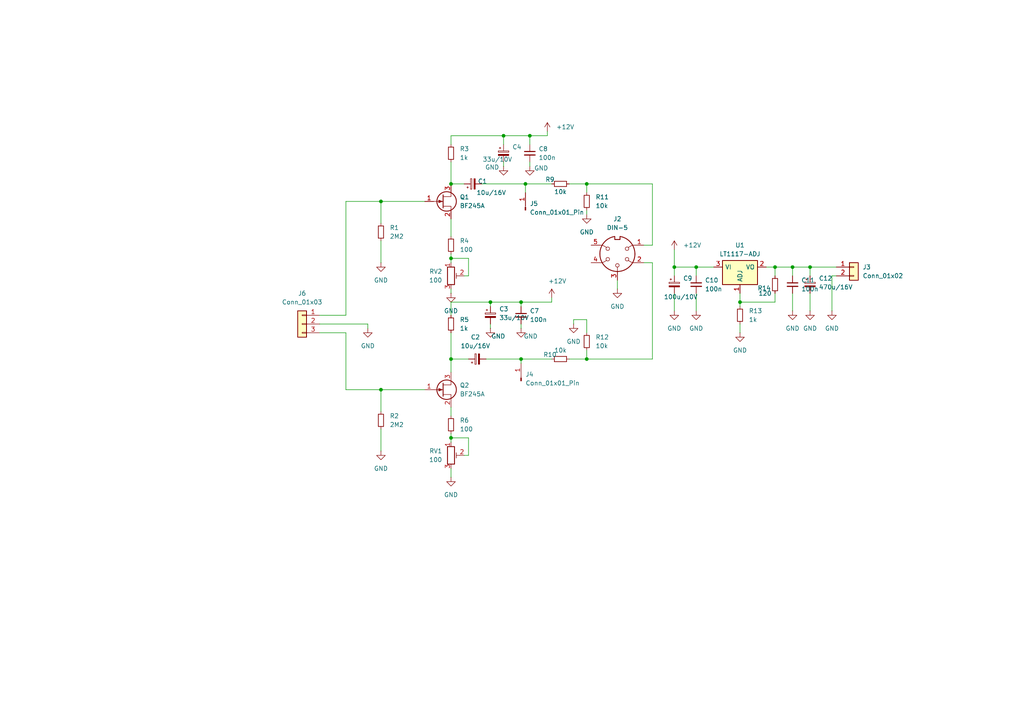
<source format=kicad_sch>
(kicad_sch
	(version 20250114)
	(generator "eeschema")
	(generator_version "9.0")
	(uuid "2bf2bc30-e48e-4bc1-a060-8e04057bb6a7")
	(paper "A4")
	(lib_symbols
		(symbol "Connector:Conn_01x01_Pin"
			(pin_names
				(offset 1.016)
				(hide yes)
			)
			(exclude_from_sim no)
			(in_bom yes)
			(on_board yes)
			(property "Reference" "J"
				(at 0 2.54 0)
				(effects
					(font
						(size 1.27 1.27)
					)
				)
			)
			(property "Value" "Conn_01x01_Pin"
				(at 0 -2.54 0)
				(effects
					(font
						(size 1.27 1.27)
					)
				)
			)
			(property "Footprint" ""
				(at 0 0 0)
				(effects
					(font
						(size 1.27 1.27)
					)
					(hide yes)
				)
			)
			(property "Datasheet" "~"
				(at 0 0 0)
				(effects
					(font
						(size 1.27 1.27)
					)
					(hide yes)
				)
			)
			(property "Description" "Generic connector, single row, 01x01, script generated"
				(at 0 0 0)
				(effects
					(font
						(size 1.27 1.27)
					)
					(hide yes)
				)
			)
			(property "ki_locked" ""
				(at 0 0 0)
				(effects
					(font
						(size 1.27 1.27)
					)
				)
			)
			(property "ki_keywords" "connector"
				(at 0 0 0)
				(effects
					(font
						(size 1.27 1.27)
					)
					(hide yes)
				)
			)
			(property "ki_fp_filters" "Connector*:*_1x??_*"
				(at 0 0 0)
				(effects
					(font
						(size 1.27 1.27)
					)
					(hide yes)
				)
			)
			(symbol "Conn_01x01_Pin_1_1"
				(rectangle
					(start 0.8636 0.127)
					(end 0 -0.127)
					(stroke
						(width 0.1524)
						(type default)
					)
					(fill
						(type outline)
					)
				)
				(polyline
					(pts
						(xy 1.27 0) (xy 0.8636 0)
					)
					(stroke
						(width 0.1524)
						(type default)
					)
					(fill
						(type none)
					)
				)
				(pin passive line
					(at 5.08 0 180)
					(length 3.81)
					(name "Pin_1"
						(effects
							(font
								(size 1.27 1.27)
							)
						)
					)
					(number "1"
						(effects
							(font
								(size 1.27 1.27)
							)
						)
					)
				)
			)
			(embedded_fonts no)
		)
		(symbol "Connector:DIN-5"
			(pin_names
				(offset 1.016)
			)
			(exclude_from_sim no)
			(in_bom yes)
			(on_board yes)
			(property "Reference" "J"
				(at 3.175 5.715 0)
				(effects
					(font
						(size 1.27 1.27)
					)
				)
			)
			(property "Value" "DIN-5"
				(at 0 -6.35 0)
				(effects
					(font
						(size 1.27 1.27)
					)
				)
			)
			(property "Footprint" ""
				(at 0 0 0)
				(effects
					(font
						(size 1.27 1.27)
					)
					(hide yes)
				)
			)
			(property "Datasheet" "http://www.mouser.com/ds/2/18/40_c091_abd_e-75918.pdf"
				(at 0 0 0)
				(effects
					(font
						(size 1.27 1.27)
					)
					(hide yes)
				)
			)
			(property "Description" "5-pin DIN connector"
				(at 0 0 0)
				(effects
					(font
						(size 1.27 1.27)
					)
					(hide yes)
				)
			)
			(property "ki_keywords" "circular DIN connector"
				(at 0 0 0)
				(effects
					(font
						(size 1.27 1.27)
					)
					(hide yes)
				)
			)
			(property "ki_fp_filters" "DIN*"
				(at 0 0 0)
				(effects
					(font
						(size 1.27 1.27)
					)
					(hide yes)
				)
			)
			(symbol "DIN-5_0_1"
				(polyline
					(pts
						(xy -5.08 2.54) (xy -4.318 2.54) (xy -3.175 1.905)
					)
					(stroke
						(width 0)
						(type default)
					)
					(fill
						(type none)
					)
				)
				(polyline
					(pts
						(xy -5.08 -2.54) (xy -4.318 -2.54) (xy -3.175 -1.905)
					)
					(stroke
						(width 0)
						(type default)
					)
					(fill
						(type none)
					)
				)
				(circle
					(center -2.794 1.524)
					(radius 0.508)
					(stroke
						(width 0)
						(type default)
					)
					(fill
						(type none)
					)
				)
				(circle
					(center -2.794 -1.524)
					(radius 0.508)
					(stroke
						(width 0)
						(type default)
					)
					(fill
						(type none)
					)
				)
				(polyline
					(pts
						(xy -0.762 -4.953) (xy -0.762 -4.191) (xy 0.762 -4.191) (xy 0.762 -4.953)
					)
					(stroke
						(width 0.254)
						(type default)
					)
					(fill
						(type none)
					)
				)
				(arc
					(start 5.08 0)
					(mid 3.8673 -3.3444)
					(end 0.762 -5.08)
					(stroke
						(width 0.254)
						(type default)
					)
					(fill
						(type none)
					)
				)
				(polyline
					(pts
						(xy 0 5.08) (xy 0 3.81)
					)
					(stroke
						(width 0)
						(type default)
					)
					(fill
						(type none)
					)
				)
				(circle
					(center 0 3.302)
					(radius 0.508)
					(stroke
						(width 0)
						(type default)
					)
					(fill
						(type none)
					)
				)
				(arc
					(start -5.08 0)
					(mid 0 5.0579)
					(end 5.08 0)
					(stroke
						(width 0.254)
						(type default)
					)
					(fill
						(type none)
					)
				)
				(arc
					(start -0.762 -5.08)
					(mid -3.8597 -3.3379)
					(end -5.08 0)
					(stroke
						(width 0.254)
						(type default)
					)
					(fill
						(type none)
					)
				)
				(circle
					(center 2.794 1.524)
					(radius 0.508)
					(stroke
						(width 0)
						(type default)
					)
					(fill
						(type none)
					)
				)
				(circle
					(center 2.794 -1.524)
					(radius 0.508)
					(stroke
						(width 0)
						(type default)
					)
					(fill
						(type none)
					)
				)
				(polyline
					(pts
						(xy 5.08 2.54) (xy 4.318 2.54) (xy 3.175 1.905)
					)
					(stroke
						(width 0)
						(type default)
					)
					(fill
						(type none)
					)
				)
				(polyline
					(pts
						(xy 5.08 -2.54) (xy 4.318 -2.54) (xy 3.175 -1.905)
					)
					(stroke
						(width 0)
						(type default)
					)
					(fill
						(type none)
					)
				)
			)
			(symbol "DIN-5_1_1"
				(pin passive line
					(at -7.62 2.54 0)
					(length 2.54)
					(name "~"
						(effects
							(font
								(size 1.27 1.27)
							)
						)
					)
					(number "2"
						(effects
							(font
								(size 1.27 1.27)
							)
						)
					)
				)
				(pin passive line
					(at -7.62 -2.54 0)
					(length 2.54)
					(name "~"
						(effects
							(font
								(size 1.27 1.27)
							)
						)
					)
					(number "1"
						(effects
							(font
								(size 1.27 1.27)
							)
						)
					)
				)
				(pin passive line
					(at 0 7.62 270)
					(length 2.54)
					(name "~"
						(effects
							(font
								(size 1.27 1.27)
							)
						)
					)
					(number "3"
						(effects
							(font
								(size 1.27 1.27)
							)
						)
					)
				)
				(pin passive line
					(at 7.62 2.54 180)
					(length 2.54)
					(name "~"
						(effects
							(font
								(size 1.27 1.27)
							)
						)
					)
					(number "4"
						(effects
							(font
								(size 1.27 1.27)
							)
						)
					)
				)
				(pin passive line
					(at 7.62 -2.54 180)
					(length 2.54)
					(name "~"
						(effects
							(font
								(size 1.27 1.27)
							)
						)
					)
					(number "5"
						(effects
							(font
								(size 1.27 1.27)
							)
						)
					)
				)
			)
			(embedded_fonts no)
		)
		(symbol "Connector_Generic:Conn_01x02"
			(pin_names
				(offset 1.016)
				(hide yes)
			)
			(exclude_from_sim no)
			(in_bom yes)
			(on_board yes)
			(property "Reference" "J"
				(at 0 2.54 0)
				(effects
					(font
						(size 1.27 1.27)
					)
				)
			)
			(property "Value" "Conn_01x02"
				(at 0 -5.08 0)
				(effects
					(font
						(size 1.27 1.27)
					)
				)
			)
			(property "Footprint" ""
				(at 0 0 0)
				(effects
					(font
						(size 1.27 1.27)
					)
					(hide yes)
				)
			)
			(property "Datasheet" "~"
				(at 0 0 0)
				(effects
					(font
						(size 1.27 1.27)
					)
					(hide yes)
				)
			)
			(property "Description" "Generic connector, single row, 01x02, script generated (kicad-library-utils/schlib/autogen/connector/)"
				(at 0 0 0)
				(effects
					(font
						(size 1.27 1.27)
					)
					(hide yes)
				)
			)
			(property "ki_keywords" "connector"
				(at 0 0 0)
				(effects
					(font
						(size 1.27 1.27)
					)
					(hide yes)
				)
			)
			(property "ki_fp_filters" "Connector*:*_1x??_*"
				(at 0 0 0)
				(effects
					(font
						(size 1.27 1.27)
					)
					(hide yes)
				)
			)
			(symbol "Conn_01x02_1_1"
				(rectangle
					(start -1.27 1.27)
					(end 1.27 -3.81)
					(stroke
						(width 0.254)
						(type default)
					)
					(fill
						(type background)
					)
				)
				(rectangle
					(start -1.27 0.127)
					(end 0 -0.127)
					(stroke
						(width 0.1524)
						(type default)
					)
					(fill
						(type none)
					)
				)
				(rectangle
					(start -1.27 -2.413)
					(end 0 -2.667)
					(stroke
						(width 0.1524)
						(type default)
					)
					(fill
						(type none)
					)
				)
				(pin passive line
					(at -5.08 0 0)
					(length 3.81)
					(name "Pin_1"
						(effects
							(font
								(size 1.27 1.27)
							)
						)
					)
					(number "1"
						(effects
							(font
								(size 1.27 1.27)
							)
						)
					)
				)
				(pin passive line
					(at -5.08 -2.54 0)
					(length 3.81)
					(name "Pin_2"
						(effects
							(font
								(size 1.27 1.27)
							)
						)
					)
					(number "2"
						(effects
							(font
								(size 1.27 1.27)
							)
						)
					)
				)
			)
			(embedded_fonts no)
		)
		(symbol "Connector_Generic:Conn_01x03"
			(pin_names
				(offset 1.016)
				(hide yes)
			)
			(exclude_from_sim no)
			(in_bom yes)
			(on_board yes)
			(property "Reference" "J"
				(at 0 5.08 0)
				(effects
					(font
						(size 1.27 1.27)
					)
				)
			)
			(property "Value" "Conn_01x03"
				(at 0 -5.08 0)
				(effects
					(font
						(size 1.27 1.27)
					)
				)
			)
			(property "Footprint" ""
				(at 0 0 0)
				(effects
					(font
						(size 1.27 1.27)
					)
					(hide yes)
				)
			)
			(property "Datasheet" "~"
				(at 0 0 0)
				(effects
					(font
						(size 1.27 1.27)
					)
					(hide yes)
				)
			)
			(property "Description" "Generic connector, single row, 01x03, script generated (kicad-library-utils/schlib/autogen/connector/)"
				(at 0 0 0)
				(effects
					(font
						(size 1.27 1.27)
					)
					(hide yes)
				)
			)
			(property "ki_keywords" "connector"
				(at 0 0 0)
				(effects
					(font
						(size 1.27 1.27)
					)
					(hide yes)
				)
			)
			(property "ki_fp_filters" "Connector*:*_1x??_*"
				(at 0 0 0)
				(effects
					(font
						(size 1.27 1.27)
					)
					(hide yes)
				)
			)
			(symbol "Conn_01x03_1_1"
				(rectangle
					(start -1.27 3.81)
					(end 1.27 -3.81)
					(stroke
						(width 0.254)
						(type default)
					)
					(fill
						(type background)
					)
				)
				(rectangle
					(start -1.27 2.667)
					(end 0 2.413)
					(stroke
						(width 0.1524)
						(type default)
					)
					(fill
						(type none)
					)
				)
				(rectangle
					(start -1.27 0.127)
					(end 0 -0.127)
					(stroke
						(width 0.1524)
						(type default)
					)
					(fill
						(type none)
					)
				)
				(rectangle
					(start -1.27 -2.413)
					(end 0 -2.667)
					(stroke
						(width 0.1524)
						(type default)
					)
					(fill
						(type none)
					)
				)
				(pin passive line
					(at -5.08 2.54 0)
					(length 3.81)
					(name "Pin_1"
						(effects
							(font
								(size 1.27 1.27)
							)
						)
					)
					(number "1"
						(effects
							(font
								(size 1.27 1.27)
							)
						)
					)
				)
				(pin passive line
					(at -5.08 0 0)
					(length 3.81)
					(name "Pin_2"
						(effects
							(font
								(size 1.27 1.27)
							)
						)
					)
					(number "2"
						(effects
							(font
								(size 1.27 1.27)
							)
						)
					)
				)
				(pin passive line
					(at -5.08 -2.54 0)
					(length 3.81)
					(name "Pin_3"
						(effects
							(font
								(size 1.27 1.27)
							)
						)
					)
					(number "3"
						(effects
							(font
								(size 1.27 1.27)
							)
						)
					)
				)
			)
			(embedded_fonts no)
		)
		(symbol "Device:C_Polarized_Small"
			(pin_numbers
				(hide yes)
			)
			(pin_names
				(offset 0.254)
				(hide yes)
			)
			(exclude_from_sim no)
			(in_bom yes)
			(on_board yes)
			(property "Reference" "C"
				(at 0.254 1.778 0)
				(effects
					(font
						(size 1.27 1.27)
					)
					(justify left)
				)
			)
			(property "Value" "C_Polarized_Small"
				(at 0.254 -2.032 0)
				(effects
					(font
						(size 1.27 1.27)
					)
					(justify left)
				)
			)
			(property "Footprint" ""
				(at 0 0 0)
				(effects
					(font
						(size 1.27 1.27)
					)
					(hide yes)
				)
			)
			(property "Datasheet" "~"
				(at 0 0 0)
				(effects
					(font
						(size 1.27 1.27)
					)
					(hide yes)
				)
			)
			(property "Description" "Polarized capacitor, small symbol"
				(at 0 0 0)
				(effects
					(font
						(size 1.27 1.27)
					)
					(hide yes)
				)
			)
			(property "ki_keywords" "cap capacitor"
				(at 0 0 0)
				(effects
					(font
						(size 1.27 1.27)
					)
					(hide yes)
				)
			)
			(property "ki_fp_filters" "CP_*"
				(at 0 0 0)
				(effects
					(font
						(size 1.27 1.27)
					)
					(hide yes)
				)
			)
			(symbol "C_Polarized_Small_0_1"
				(rectangle
					(start -1.524 0.6858)
					(end 1.524 0.3048)
					(stroke
						(width 0)
						(type default)
					)
					(fill
						(type none)
					)
				)
				(rectangle
					(start -1.524 -0.3048)
					(end 1.524 -0.6858)
					(stroke
						(width 0)
						(type default)
					)
					(fill
						(type outline)
					)
				)
				(polyline
					(pts
						(xy -1.27 1.524) (xy -0.762 1.524)
					)
					(stroke
						(width 0)
						(type default)
					)
					(fill
						(type none)
					)
				)
				(polyline
					(pts
						(xy -1.016 1.27) (xy -1.016 1.778)
					)
					(stroke
						(width 0)
						(type default)
					)
					(fill
						(type none)
					)
				)
			)
			(symbol "C_Polarized_Small_1_1"
				(pin passive line
					(at 0 2.54 270)
					(length 1.8542)
					(name "~"
						(effects
							(font
								(size 1.27 1.27)
							)
						)
					)
					(number "1"
						(effects
							(font
								(size 1.27 1.27)
							)
						)
					)
				)
				(pin passive line
					(at 0 -2.54 90)
					(length 1.8542)
					(name "~"
						(effects
							(font
								(size 1.27 1.27)
							)
						)
					)
					(number "2"
						(effects
							(font
								(size 1.27 1.27)
							)
						)
					)
				)
			)
			(embedded_fonts no)
		)
		(symbol "Device:C_Small"
			(pin_numbers
				(hide yes)
			)
			(pin_names
				(offset 0.254)
				(hide yes)
			)
			(exclude_from_sim no)
			(in_bom yes)
			(on_board yes)
			(property "Reference" "C"
				(at 0.254 1.778 0)
				(effects
					(font
						(size 1.27 1.27)
					)
					(justify left)
				)
			)
			(property "Value" "C_Small"
				(at 0.254 -2.032 0)
				(effects
					(font
						(size 1.27 1.27)
					)
					(justify left)
				)
			)
			(property "Footprint" ""
				(at 0 0 0)
				(effects
					(font
						(size 1.27 1.27)
					)
					(hide yes)
				)
			)
			(property "Datasheet" "~"
				(at 0 0 0)
				(effects
					(font
						(size 1.27 1.27)
					)
					(hide yes)
				)
			)
			(property "Description" "Unpolarized capacitor, small symbol"
				(at 0 0 0)
				(effects
					(font
						(size 1.27 1.27)
					)
					(hide yes)
				)
			)
			(property "ki_keywords" "capacitor cap"
				(at 0 0 0)
				(effects
					(font
						(size 1.27 1.27)
					)
					(hide yes)
				)
			)
			(property "ki_fp_filters" "C_*"
				(at 0 0 0)
				(effects
					(font
						(size 1.27 1.27)
					)
					(hide yes)
				)
			)
			(symbol "C_Small_0_1"
				(polyline
					(pts
						(xy -1.524 0.508) (xy 1.524 0.508)
					)
					(stroke
						(width 0.3048)
						(type default)
					)
					(fill
						(type none)
					)
				)
				(polyline
					(pts
						(xy -1.524 -0.508) (xy 1.524 -0.508)
					)
					(stroke
						(width 0.3302)
						(type default)
					)
					(fill
						(type none)
					)
				)
			)
			(symbol "C_Small_1_1"
				(pin passive line
					(at 0 2.54 270)
					(length 2.032)
					(name "~"
						(effects
							(font
								(size 1.27 1.27)
							)
						)
					)
					(number "1"
						(effects
							(font
								(size 1.27 1.27)
							)
						)
					)
				)
				(pin passive line
					(at 0 -2.54 90)
					(length 2.032)
					(name "~"
						(effects
							(font
								(size 1.27 1.27)
							)
						)
					)
					(number "2"
						(effects
							(font
								(size 1.27 1.27)
							)
						)
					)
				)
			)
			(embedded_fonts no)
		)
		(symbol "Device:R_Potentiometer_Trim"
			(pin_names
				(offset 1.016)
				(hide yes)
			)
			(exclude_from_sim no)
			(in_bom yes)
			(on_board yes)
			(property "Reference" "RV"
				(at -4.445 0 90)
				(effects
					(font
						(size 1.27 1.27)
					)
				)
			)
			(property "Value" "R_Potentiometer_Trim"
				(at -2.54 0 90)
				(effects
					(font
						(size 1.27 1.27)
					)
				)
			)
			(property "Footprint" ""
				(at 0 0 0)
				(effects
					(font
						(size 1.27 1.27)
					)
					(hide yes)
				)
			)
			(property "Datasheet" "~"
				(at 0 0 0)
				(effects
					(font
						(size 1.27 1.27)
					)
					(hide yes)
				)
			)
			(property "Description" "Trim-potentiometer"
				(at 0 0 0)
				(effects
					(font
						(size 1.27 1.27)
					)
					(hide yes)
				)
			)
			(property "ki_keywords" "resistor variable trimpot trimmer"
				(at 0 0 0)
				(effects
					(font
						(size 1.27 1.27)
					)
					(hide yes)
				)
			)
			(property "ki_fp_filters" "Potentiometer*"
				(at 0 0 0)
				(effects
					(font
						(size 1.27 1.27)
					)
					(hide yes)
				)
			)
			(symbol "R_Potentiometer_Trim_0_1"
				(rectangle
					(start 1.016 2.54)
					(end -1.016 -2.54)
					(stroke
						(width 0.254)
						(type default)
					)
					(fill
						(type none)
					)
				)
				(polyline
					(pts
						(xy 1.524 0.762) (xy 1.524 -0.762)
					)
					(stroke
						(width 0)
						(type default)
					)
					(fill
						(type none)
					)
				)
				(polyline
					(pts
						(xy 2.54 0) (xy 1.524 0)
					)
					(stroke
						(width 0)
						(type default)
					)
					(fill
						(type none)
					)
				)
			)
			(symbol "R_Potentiometer_Trim_1_1"
				(pin passive line
					(at 0 3.81 270)
					(length 1.27)
					(name "1"
						(effects
							(font
								(size 1.27 1.27)
							)
						)
					)
					(number "1"
						(effects
							(font
								(size 1.27 1.27)
							)
						)
					)
				)
				(pin passive line
					(at 0 -3.81 90)
					(length 1.27)
					(name "3"
						(effects
							(font
								(size 1.27 1.27)
							)
						)
					)
					(number "3"
						(effects
							(font
								(size 1.27 1.27)
							)
						)
					)
				)
				(pin passive line
					(at 3.81 0 180)
					(length 1.27)
					(name "2"
						(effects
							(font
								(size 1.27 1.27)
							)
						)
					)
					(number "2"
						(effects
							(font
								(size 1.27 1.27)
							)
						)
					)
				)
			)
			(embedded_fonts no)
		)
		(symbol "Device:R_Small"
			(pin_numbers
				(hide yes)
			)
			(pin_names
				(offset 0.254)
				(hide yes)
			)
			(exclude_from_sim no)
			(in_bom yes)
			(on_board yes)
			(property "Reference" "R"
				(at 0.762 0.508 0)
				(effects
					(font
						(size 1.27 1.27)
					)
					(justify left)
				)
			)
			(property "Value" "R_Small"
				(at 0.762 -1.016 0)
				(effects
					(font
						(size 1.27 1.27)
					)
					(justify left)
				)
			)
			(property "Footprint" ""
				(at 0 0 0)
				(effects
					(font
						(size 1.27 1.27)
					)
					(hide yes)
				)
			)
			(property "Datasheet" "~"
				(at 0 0 0)
				(effects
					(font
						(size 1.27 1.27)
					)
					(hide yes)
				)
			)
			(property "Description" "Resistor, small symbol"
				(at 0 0 0)
				(effects
					(font
						(size 1.27 1.27)
					)
					(hide yes)
				)
			)
			(property "ki_keywords" "R resistor"
				(at 0 0 0)
				(effects
					(font
						(size 1.27 1.27)
					)
					(hide yes)
				)
			)
			(property "ki_fp_filters" "R_*"
				(at 0 0 0)
				(effects
					(font
						(size 1.27 1.27)
					)
					(hide yes)
				)
			)
			(symbol "R_Small_0_1"
				(rectangle
					(start -0.762 1.778)
					(end 0.762 -1.778)
					(stroke
						(width 0.2032)
						(type default)
					)
					(fill
						(type none)
					)
				)
			)
			(symbol "R_Small_1_1"
				(pin passive line
					(at 0 2.54 270)
					(length 0.762)
					(name "~"
						(effects
							(font
								(size 1.27 1.27)
							)
						)
					)
					(number "1"
						(effects
							(font
								(size 1.27 1.27)
							)
						)
					)
				)
				(pin passive line
					(at 0 -2.54 90)
					(length 0.762)
					(name "~"
						(effects
							(font
								(size 1.27 1.27)
							)
						)
					)
					(number "2"
						(effects
							(font
								(size 1.27 1.27)
							)
						)
					)
				)
			)
			(embedded_fonts no)
		)
		(symbol "Regulator_Linear:LT1117-ADJ"
			(pin_names
				(offset 0.762)
			)
			(exclude_from_sim no)
			(in_bom yes)
			(on_board yes)
			(property "Reference" "U"
				(at -3.81 3.175 0)
				(effects
					(font
						(size 1.27 1.27)
					)
				)
			)
			(property "Value" "LT1117-ADJ"
				(at 0 3.175 0)
				(effects
					(font
						(size 1.27 1.27)
					)
					(justify left)
				)
			)
			(property "Footprint" ""
				(at 0 0 0)
				(effects
					(font
						(size 1.27 1.27)
					)
					(hide yes)
				)
			)
			(property "Datasheet" "https://www.analog.com/media/en/technical-documentation/data-sheets/1117fd.pdf"
				(at 0 0 0)
				(effects
					(font
						(size 1.27 1.27)
					)
					(hide yes)
				)
			)
			(property "Description" "800mA Low-Dropout Linear Regulator, adjustable output, SOT-223/TO-263"
				(at 0 0 0)
				(effects
					(font
						(size 1.27 1.27)
					)
					(hide yes)
				)
			)
			(property "ki_keywords" "linear regulator ldo adjustable positive"
				(at 0 0 0)
				(effects
					(font
						(size 1.27 1.27)
					)
					(hide yes)
				)
			)
			(property "ki_fp_filters" "SOT?223* TO?263*"
				(at 0 0 0)
				(effects
					(font
						(size 1.27 1.27)
					)
					(hide yes)
				)
			)
			(symbol "LT1117-ADJ_0_1"
				(rectangle
					(start -5.08 -5.08)
					(end 5.08 1.905)
					(stroke
						(width 0.254)
						(type default)
					)
					(fill
						(type background)
					)
				)
			)
			(symbol "LT1117-ADJ_1_1"
				(pin power_in line
					(at -7.62 0 0)
					(length 2.54)
					(name "VI"
						(effects
							(font
								(size 1.27 1.27)
							)
						)
					)
					(number "3"
						(effects
							(font
								(size 1.27 1.27)
							)
						)
					)
				)
				(pin input line
					(at 0 -7.62 90)
					(length 2.54)
					(name "ADJ"
						(effects
							(font
								(size 1.27 1.27)
							)
						)
					)
					(number "1"
						(effects
							(font
								(size 1.27 1.27)
							)
						)
					)
				)
				(pin power_out line
					(at 7.62 0 180)
					(length 2.54)
					(name "VO"
						(effects
							(font
								(size 1.27 1.27)
							)
						)
					)
					(number "2"
						(effects
							(font
								(size 1.27 1.27)
							)
						)
					)
				)
			)
			(embedded_fonts no)
		)
		(symbol "Transistor_FET:BF245A"
			(pin_names
				(hide yes)
			)
			(exclude_from_sim no)
			(in_bom yes)
			(on_board yes)
			(property "Reference" "Q"
				(at 5.08 1.905 0)
				(effects
					(font
						(size 1.27 1.27)
					)
					(justify left)
				)
			)
			(property "Value" "BF245A"
				(at 5.08 0 0)
				(effects
					(font
						(size 1.27 1.27)
					)
					(justify left)
				)
			)
			(property "Footprint" "Package_TO_SOT_THT:TO-92_Inline"
				(at 5.08 -1.905 0)
				(effects
					(font
						(size 1.27 1.27)
						(italic yes)
					)
					(justify left)
					(hide yes)
				)
			)
			(property "Datasheet" "https://www.onsemi.com/pub/Collateral/BF245A-D.PDF"
				(at 5.08 -3.81 0)
				(effects
					(font
						(size 1.27 1.27)
					)
					(justify left)
					(hide yes)
				)
			)
			(property "Description" "50mA Id, 30V Vgs, N-Channel FET Transistor, TO-92"
				(at 0 0 0)
				(effects
					(font
						(size 1.27 1.27)
					)
					(hide yes)
				)
			)
			(property "ki_keywords" "N-Channel FET Transistor Low Voltage"
				(at 0 0 0)
				(effects
					(font
						(size 1.27 1.27)
					)
					(hide yes)
				)
			)
			(property "ki_fp_filters" "TO?92*"
				(at 0 0 0)
				(effects
					(font
						(size 1.27 1.27)
					)
					(hide yes)
				)
			)
			(symbol "BF245A_0_1"
				(polyline
					(pts
						(xy 0 0) (xy -1.016 0.381) (xy -1.016 -0.381) (xy 0 0)
					)
					(stroke
						(width 0)
						(type default)
					)
					(fill
						(type outline)
					)
				)
				(polyline
					(pts
						(xy 0.254 1.905) (xy 0.254 -1.905)
					)
					(stroke
						(width 0.254)
						(type default)
					)
					(fill
						(type none)
					)
				)
				(polyline
					(pts
						(xy 0.254 0) (xy -2.54 0)
					)
					(stroke
						(width 0)
						(type default)
					)
					(fill
						(type none)
					)
				)
				(circle
					(center 1.27 0)
					(radius 2.8194)
					(stroke
						(width 0.254)
						(type default)
					)
					(fill
						(type none)
					)
				)
				(polyline
					(pts
						(xy 2.54 2.54) (xy 2.54 1.397) (xy 0.254 1.397)
					)
					(stroke
						(width 0)
						(type default)
					)
					(fill
						(type none)
					)
				)
				(polyline
					(pts
						(xy 2.54 -2.54) (xy 2.54 -1.397) (xy 0.254 -1.397)
					)
					(stroke
						(width 0)
						(type default)
					)
					(fill
						(type none)
					)
				)
			)
			(symbol "BF245A_1_1"
				(pin input line
					(at -5.08 0 0)
					(length 2.54)
					(name "G"
						(effects
							(font
								(size 1.27 1.27)
							)
						)
					)
					(number "1"
						(effects
							(font
								(size 1.27 1.27)
							)
						)
					)
				)
				(pin passive line
					(at 2.54 5.08 270)
					(length 2.54)
					(name "D"
						(effects
							(font
								(size 1.27 1.27)
							)
						)
					)
					(number "3"
						(effects
							(font
								(size 1.27 1.27)
							)
						)
					)
				)
				(pin passive line
					(at 2.54 -5.08 90)
					(length 2.54)
					(name "S"
						(effects
							(font
								(size 1.27 1.27)
							)
						)
					)
					(number "2"
						(effects
							(font
								(size 1.27 1.27)
							)
						)
					)
				)
			)
			(embedded_fonts no)
		)
		(symbol "power:+8V"
			(power)
			(pin_numbers
				(hide yes)
			)
			(pin_names
				(offset 0)
				(hide yes)
			)
			(exclude_from_sim no)
			(in_bom yes)
			(on_board yes)
			(property "Reference" "#PWR"
				(at 0 -3.81 0)
				(effects
					(font
						(size 1.27 1.27)
					)
					(hide yes)
				)
			)
			(property "Value" "+8V"
				(at 0 3.556 0)
				(effects
					(font
						(size 1.27 1.27)
					)
				)
			)
			(property "Footprint" ""
				(at 0 0 0)
				(effects
					(font
						(size 1.27 1.27)
					)
					(hide yes)
				)
			)
			(property "Datasheet" ""
				(at 0 0 0)
				(effects
					(font
						(size 1.27 1.27)
					)
					(hide yes)
				)
			)
			(property "Description" "Power symbol creates a global label with name \"+8V\""
				(at 0 0 0)
				(effects
					(font
						(size 1.27 1.27)
					)
					(hide yes)
				)
			)
			(property "ki_keywords" "global power"
				(at 0 0 0)
				(effects
					(font
						(size 1.27 1.27)
					)
					(hide yes)
				)
			)
			(symbol "+8V_0_1"
				(polyline
					(pts
						(xy -0.762 1.27) (xy 0 2.54)
					)
					(stroke
						(width 0)
						(type default)
					)
					(fill
						(type none)
					)
				)
				(polyline
					(pts
						(xy 0 2.54) (xy 0.762 1.27)
					)
					(stroke
						(width 0)
						(type default)
					)
					(fill
						(type none)
					)
				)
				(polyline
					(pts
						(xy 0 0) (xy 0 2.54)
					)
					(stroke
						(width 0)
						(type default)
					)
					(fill
						(type none)
					)
				)
			)
			(symbol "+8V_1_1"
				(pin power_in line
					(at 0 0 90)
					(length 0)
					(name "~"
						(effects
							(font
								(size 1.27 1.27)
							)
						)
					)
					(number "1"
						(effects
							(font
								(size 1.27 1.27)
							)
						)
					)
				)
			)
			(embedded_fonts no)
		)
		(symbol "power:GND"
			(power)
			(pin_numbers
				(hide yes)
			)
			(pin_names
				(offset 0)
				(hide yes)
			)
			(exclude_from_sim no)
			(in_bom yes)
			(on_board yes)
			(property "Reference" "#PWR"
				(at 0 -6.35 0)
				(effects
					(font
						(size 1.27 1.27)
					)
					(hide yes)
				)
			)
			(property "Value" "GND"
				(at 0 -3.81 0)
				(effects
					(font
						(size 1.27 1.27)
					)
				)
			)
			(property "Footprint" ""
				(at 0 0 0)
				(effects
					(font
						(size 1.27 1.27)
					)
					(hide yes)
				)
			)
			(property "Datasheet" ""
				(at 0 0 0)
				(effects
					(font
						(size 1.27 1.27)
					)
					(hide yes)
				)
			)
			(property "Description" "Power symbol creates a global label with name \"GND\" , ground"
				(at 0 0 0)
				(effects
					(font
						(size 1.27 1.27)
					)
					(hide yes)
				)
			)
			(property "ki_keywords" "global power"
				(at 0 0 0)
				(effects
					(font
						(size 1.27 1.27)
					)
					(hide yes)
				)
			)
			(symbol "GND_0_1"
				(polyline
					(pts
						(xy 0 0) (xy 0 -1.27) (xy 1.27 -1.27) (xy 0 -2.54) (xy -1.27 -1.27) (xy 0 -1.27)
					)
					(stroke
						(width 0)
						(type default)
					)
					(fill
						(type none)
					)
				)
			)
			(symbol "GND_1_1"
				(pin power_in line
					(at 0 0 270)
					(length 0)
					(name "~"
						(effects
							(font
								(size 1.27 1.27)
							)
						)
					)
					(number "1"
						(effects
							(font
								(size 1.27 1.27)
							)
						)
					)
				)
			)
			(embedded_fonts no)
		)
	)
	(junction
		(at 229.87 77.47)
		(diameter 0)
		(color 0 0 0 0)
		(uuid "00a3580d-8fe7-490d-a6aa-1f5666bbd01b")
	)
	(junction
		(at 142.24 87.63)
		(diameter 0)
		(color 0 0 0 0)
		(uuid "0178fb0a-0049-4a2b-a9d8-3b0ca825bf99")
	)
	(junction
		(at 152.4 53.34)
		(diameter 0)
		(color 0 0 0 0)
		(uuid "1f2b13b6-9c27-4bf2-b01c-50f69aeb1ae6")
	)
	(junction
		(at 130.81 104.14)
		(diameter 0)
		(color 0 0 0 0)
		(uuid "239af83a-239e-4f7d-ac04-756f4f003af8")
	)
	(junction
		(at 110.49 58.42)
		(diameter 0)
		(color 0 0 0 0)
		(uuid "248a9b12-fc08-4336-a0c3-5f30fd352d2e")
	)
	(junction
		(at 130.81 127)
		(diameter 0)
		(color 0 0 0 0)
		(uuid "2afea229-9405-429d-9234-19e350c46b87")
	)
	(junction
		(at 224.79 77.47)
		(diameter 0)
		(color 0 0 0 0)
		(uuid "2cb2ff1a-f976-419c-97d7-3d5a190fe056")
	)
	(junction
		(at 195.58 77.47)
		(diameter 0)
		(color 0 0 0 0)
		(uuid "3df35c50-96c2-4f21-a72c-509229e749d3")
	)
	(junction
		(at 201.93 77.47)
		(diameter 0)
		(color 0 0 0 0)
		(uuid "3f427538-8715-447e-bf55-af5d2274752d")
	)
	(junction
		(at 151.13 87.63)
		(diameter 0)
		(color 0 0 0 0)
		(uuid "59a37ec8-ccf4-47c2-8e65-e91931f2cfe9")
	)
	(junction
		(at 170.18 104.14)
		(diameter 0)
		(color 0 0 0 0)
		(uuid "5fa8d45b-36c0-4e57-af1d-7409974b5f34")
	)
	(junction
		(at 170.18 53.34)
		(diameter 0)
		(color 0 0 0 0)
		(uuid "61df4e8e-944d-46a9-a41d-067dad161785")
	)
	(junction
		(at 130.81 74.93)
		(diameter 0)
		(color 0 0 0 0)
		(uuid "7c99d00e-18fe-4f72-8fe7-cc5835f33faf")
	)
	(junction
		(at 151.13 104.14)
		(diameter 0)
		(color 0 0 0 0)
		(uuid "875b29e5-3e13-47c3-96b3-d5e55833d774")
	)
	(junction
		(at 110.49 113.03)
		(diameter 0)
		(color 0 0 0 0)
		(uuid "9d487a7e-9ee7-477d-a90c-3292db245010")
	)
	(junction
		(at 153.67 39.37)
		(diameter 0)
		(color 0 0 0 0)
		(uuid "b16bfd5c-a287-479f-a1a6-bccbd6abbc8a")
	)
	(junction
		(at 130.81 53.34)
		(diameter 0)
		(color 0 0 0 0)
		(uuid "c6bcbf50-8991-470c-98c0-8341db2304bd")
	)
	(junction
		(at 214.63 87.63)
		(diameter 0)
		(color 0 0 0 0)
		(uuid "d79e2b60-4656-4e1f-8fbf-a7360924b313")
	)
	(junction
		(at 146.05 39.37)
		(diameter 0)
		(color 0 0 0 0)
		(uuid "ddd38c31-22e5-4f27-b70c-4d82fc4d8b1a")
	)
	(junction
		(at 234.95 77.47)
		(diameter 0)
		(color 0 0 0 0)
		(uuid "f13df85d-0086-4fef-a501-a4549d0bf7e3")
	)
	(wire
		(pts
			(xy 92.71 96.52) (xy 100.33 96.52)
		)
		(stroke
			(width 0)
			(type default)
		)
		(uuid "0046d47f-c910-4719-ba66-d16aeb78fba7")
	)
	(wire
		(pts
			(xy 135.89 127) (xy 130.81 127)
		)
		(stroke
			(width 0)
			(type default)
		)
		(uuid "02e10835-a22f-4be9-9af7-0972bb10c5c0")
	)
	(wire
		(pts
			(xy 130.81 73.66) (xy 130.81 74.93)
		)
		(stroke
			(width 0)
			(type default)
		)
		(uuid "03b14ace-2a1a-417d-be5d-53a70caaef73")
	)
	(wire
		(pts
			(xy 224.79 85.09) (xy 224.79 87.63)
		)
		(stroke
			(width 0)
			(type default)
		)
		(uuid "07092509-5ada-4f14-8886-d79ac0552074")
	)
	(wire
		(pts
			(xy 130.81 91.44) (xy 130.81 87.63)
		)
		(stroke
			(width 0)
			(type default)
		)
		(uuid "0c7bd46c-1a1e-4ca7-8a7e-d66daa7f9468")
	)
	(wire
		(pts
			(xy 110.49 113.03) (xy 110.49 119.38)
		)
		(stroke
			(width 0)
			(type default)
		)
		(uuid "102375de-a458-4243-b4ed-ee5caffc5257")
	)
	(wire
		(pts
			(xy 135.89 80.01) (xy 135.89 74.93)
		)
		(stroke
			(width 0)
			(type default)
		)
		(uuid "123c3f09-eeca-4e22-b62b-bfa7113c11a4")
	)
	(wire
		(pts
			(xy 130.81 127) (xy 130.81 128.27)
		)
		(stroke
			(width 0)
			(type default)
		)
		(uuid "126dce78-5db5-4e0e-bed7-be4704e63cf1")
	)
	(wire
		(pts
			(xy 160.02 86.36) (xy 160.02 87.63)
		)
		(stroke
			(width 0)
			(type default)
		)
		(uuid "13b1a18a-146b-4a5d-abc0-3cbc5b26b269")
	)
	(wire
		(pts
			(xy 100.33 113.03) (xy 110.49 113.03)
		)
		(stroke
			(width 0)
			(type default)
		)
		(uuid "14337c41-4cd3-475b-98ec-6329babbe00c")
	)
	(wire
		(pts
			(xy 135.89 132.08) (xy 135.89 127)
		)
		(stroke
			(width 0)
			(type default)
		)
		(uuid "19281832-bd50-4a17-93c4-6aef3441adcf")
	)
	(wire
		(pts
			(xy 166.37 93.98) (xy 166.37 92.71)
		)
		(stroke
			(width 0)
			(type default)
		)
		(uuid "1ded2f50-7049-41b1-ae9b-5c6628fc7c90")
	)
	(wire
		(pts
			(xy 241.3 80.01) (xy 242.57 80.01)
		)
		(stroke
			(width 0)
			(type default)
		)
		(uuid "1ea58160-ce9f-4384-8cee-a792a07e2ede")
	)
	(wire
		(pts
			(xy 151.13 104.14) (xy 140.97 104.14)
		)
		(stroke
			(width 0)
			(type default)
		)
		(uuid "1f15d707-07db-4d0c-9073-3e7308a04492")
	)
	(wire
		(pts
			(xy 153.67 39.37) (xy 158.75 39.37)
		)
		(stroke
			(width 0)
			(type default)
		)
		(uuid "24017736-e262-4833-8c1a-a958d8666bf0")
	)
	(wire
		(pts
			(xy 146.05 39.37) (xy 153.67 39.37)
		)
		(stroke
			(width 0)
			(type default)
		)
		(uuid "264ce07b-fab2-4db1-81d6-a784e2f77cd5")
	)
	(wire
		(pts
			(xy 153.67 39.37) (xy 153.67 41.91)
		)
		(stroke
			(width 0)
			(type default)
		)
		(uuid "2926b260-f28a-42db-a40d-1bba091f4cff")
	)
	(wire
		(pts
			(xy 170.18 60.96) (xy 170.18 62.23)
		)
		(stroke
			(width 0)
			(type default)
		)
		(uuid "2d37b10f-e31d-4118-8b66-a548648f21b9")
	)
	(wire
		(pts
			(xy 224.79 77.47) (xy 229.87 77.47)
		)
		(stroke
			(width 0)
			(type default)
		)
		(uuid "32703808-4eb2-473c-a738-884b752472bc")
	)
	(wire
		(pts
			(xy 234.95 77.47) (xy 229.87 77.47)
		)
		(stroke
			(width 0)
			(type default)
		)
		(uuid "32d4e8c5-93d1-4b9d-873c-17634396a1b6")
	)
	(wire
		(pts
			(xy 170.18 53.34) (xy 165.1 53.34)
		)
		(stroke
			(width 0)
			(type default)
		)
		(uuid "345be8f0-852d-4f75-bcc3-312d0b9c2701")
	)
	(wire
		(pts
			(xy 130.81 135.89) (xy 130.81 138.43)
		)
		(stroke
			(width 0)
			(type default)
		)
		(uuid "36bac45e-11cb-401d-98bd-4ce683f5623f")
	)
	(wire
		(pts
			(xy 201.93 77.47) (xy 195.58 77.47)
		)
		(stroke
			(width 0)
			(type default)
		)
		(uuid "37d6c0f2-052f-4793-94bc-71cffe3b2e42")
	)
	(wire
		(pts
			(xy 134.62 53.34) (xy 130.81 53.34)
		)
		(stroke
			(width 0)
			(type default)
		)
		(uuid "38a2dbef-0fbc-409b-ae56-2a7830c0b0f9")
	)
	(wire
		(pts
			(xy 189.23 53.34) (xy 170.18 53.34)
		)
		(stroke
			(width 0)
			(type default)
		)
		(uuid "3975293f-a4de-4d07-ad11-44d27ae98259")
	)
	(wire
		(pts
			(xy 123.19 58.42) (xy 110.49 58.42)
		)
		(stroke
			(width 0)
			(type default)
		)
		(uuid "3a309d2d-2e6b-4537-882b-e0e25d8fee15")
	)
	(wire
		(pts
			(xy 134.62 80.01) (xy 135.89 80.01)
		)
		(stroke
			(width 0)
			(type default)
		)
		(uuid "3d41519c-e87b-4778-9730-9c0ce1c7e772")
	)
	(wire
		(pts
			(xy 170.18 104.14) (xy 165.1 104.14)
		)
		(stroke
			(width 0)
			(type default)
		)
		(uuid "428e06df-5855-4e4f-9589-cf1d208f08d6")
	)
	(wire
		(pts
			(xy 234.95 80.01) (xy 234.95 77.47)
		)
		(stroke
			(width 0)
			(type default)
		)
		(uuid "46c53634-94d1-4ef2-b030-19d26fd81bc9")
	)
	(wire
		(pts
			(xy 160.02 53.34) (xy 152.4 53.34)
		)
		(stroke
			(width 0)
			(type default)
		)
		(uuid "4a3e957e-1e4a-4472-bed1-9b4018ca4026")
	)
	(wire
		(pts
			(xy 153.67 46.99) (xy 153.67 48.26)
		)
		(stroke
			(width 0)
			(type default)
		)
		(uuid "4c4b19c2-7994-43fe-81d4-46571679a421")
	)
	(wire
		(pts
			(xy 92.71 91.44) (xy 100.33 91.44)
		)
		(stroke
			(width 0)
			(type default)
		)
		(uuid "4f9c3361-c4a8-45a0-b559-6c4c6411c386")
	)
	(wire
		(pts
			(xy 130.81 39.37) (xy 146.05 39.37)
		)
		(stroke
			(width 0)
			(type default)
		)
		(uuid "51130b07-98b3-4b67-9e49-d7caf95b8bb6")
	)
	(wire
		(pts
			(xy 100.33 91.44) (xy 100.33 58.42)
		)
		(stroke
			(width 0)
			(type default)
		)
		(uuid "556a8649-4fa0-4d01-90f6-028a1eb5356f")
	)
	(wire
		(pts
			(xy 151.13 104.14) (xy 151.13 105.41)
		)
		(stroke
			(width 0)
			(type default)
		)
		(uuid "5742bf57-00e2-4aec-a3cf-0f0604b5352a")
	)
	(wire
		(pts
			(xy 142.24 87.63) (xy 142.24 88.9)
		)
		(stroke
			(width 0)
			(type default)
		)
		(uuid "590d5601-44b6-4ef8-a876-f59ad28465b2")
	)
	(wire
		(pts
			(xy 130.81 87.63) (xy 142.24 87.63)
		)
		(stroke
			(width 0)
			(type default)
		)
		(uuid "5a7a2060-b510-444c-bb13-863a0d9dd4c8")
	)
	(wire
		(pts
			(xy 151.13 93.98) (xy 151.13 95.25)
		)
		(stroke
			(width 0)
			(type default)
		)
		(uuid "5abc4633-20f9-46be-aaa5-9db4b24b002c")
	)
	(wire
		(pts
			(xy 214.63 87.63) (xy 214.63 88.9)
		)
		(stroke
			(width 0)
			(type default)
		)
		(uuid "5bdb9197-127d-499b-8883-aea67c2743d0")
	)
	(wire
		(pts
			(xy 151.13 87.63) (xy 151.13 88.9)
		)
		(stroke
			(width 0)
			(type default)
		)
		(uuid "5c3c3963-e0f2-444b-9373-d1334b34ea08")
	)
	(wire
		(pts
			(xy 106.68 93.98) (xy 106.68 95.25)
		)
		(stroke
			(width 0)
			(type default)
		)
		(uuid "5c88fc91-5b84-4f3f-b515-71357d88e16a")
	)
	(wire
		(pts
			(xy 201.93 77.47) (xy 201.93 80.01)
		)
		(stroke
			(width 0)
			(type default)
		)
		(uuid "5fd5de1f-0629-4b34-8628-76053cbd6f11")
	)
	(wire
		(pts
			(xy 130.81 104.14) (xy 130.81 107.95)
		)
		(stroke
			(width 0)
			(type default)
		)
		(uuid "62ebbade-8812-4c2c-a887-102663e49167")
	)
	(wire
		(pts
			(xy 158.75 39.37) (xy 158.75 38.1)
		)
		(stroke
			(width 0)
			(type default)
		)
		(uuid "642a1658-84e2-41fd-af84-a8f48ef4dace")
	)
	(wire
		(pts
			(xy 195.58 77.47) (xy 195.58 80.01)
		)
		(stroke
			(width 0)
			(type default)
		)
		(uuid "672f21b9-68a3-4a60-b473-867639e0a8c8")
	)
	(wire
		(pts
			(xy 142.24 87.63) (xy 151.13 87.63)
		)
		(stroke
			(width 0)
			(type default)
		)
		(uuid "6c6a7fa4-77b8-413f-bdf6-15681e3f7d5b")
	)
	(wire
		(pts
			(xy 189.23 76.2) (xy 186.69 76.2)
		)
		(stroke
			(width 0)
			(type default)
		)
		(uuid "6edc1560-496b-4cba-b886-2606063415ae")
	)
	(wire
		(pts
			(xy 234.95 77.47) (xy 242.57 77.47)
		)
		(stroke
			(width 0)
			(type default)
		)
		(uuid "70b2a4d7-b362-453a-a333-4db3c3d12f22")
	)
	(wire
		(pts
			(xy 92.71 93.98) (xy 106.68 93.98)
		)
		(stroke
			(width 0)
			(type default)
		)
		(uuid "70b65506-79f0-493e-b6b6-38a8719a3aef")
	)
	(wire
		(pts
			(xy 195.58 85.09) (xy 195.58 90.17)
		)
		(stroke
			(width 0)
			(type default)
		)
		(uuid "7c5f417a-777b-4bc0-a372-71df34dd3ed7")
	)
	(wire
		(pts
			(xy 130.81 118.11) (xy 130.81 120.65)
		)
		(stroke
			(width 0)
			(type default)
		)
		(uuid "81044341-85bd-424c-b89c-bc81682869de")
	)
	(wire
		(pts
			(xy 130.81 96.52) (xy 130.81 104.14)
		)
		(stroke
			(width 0)
			(type default)
		)
		(uuid "8147ceb3-bf74-4e7d-85d4-243b0c2660f8")
	)
	(wire
		(pts
			(xy 110.49 69.85) (xy 110.49 76.2)
		)
		(stroke
			(width 0)
			(type default)
		)
		(uuid "86516f8a-2e5b-4aab-9d13-3cf7a7fcea7a")
	)
	(wire
		(pts
			(xy 214.63 93.98) (xy 214.63 96.52)
		)
		(stroke
			(width 0)
			(type default)
		)
		(uuid "86b6db07-c0f0-4d0a-8f37-c192f0ae9af2")
	)
	(wire
		(pts
			(xy 152.4 53.34) (xy 139.7 53.34)
		)
		(stroke
			(width 0)
			(type default)
		)
		(uuid "8897d86a-b4bc-4679-b150-fb1e7f8c6e4a")
	)
	(wire
		(pts
			(xy 170.18 92.71) (xy 170.18 96.52)
		)
		(stroke
			(width 0)
			(type default)
		)
		(uuid "93056fc1-1ccc-49e0-8803-e4ce4bf7cbf7")
	)
	(wire
		(pts
			(xy 130.81 74.93) (xy 130.81 76.2)
		)
		(stroke
			(width 0)
			(type default)
		)
		(uuid "93accb28-5702-4323-bd11-154d4a1c9104")
	)
	(wire
		(pts
			(xy 170.18 101.6) (xy 170.18 104.14)
		)
		(stroke
			(width 0)
			(type default)
		)
		(uuid "99232356-050d-461a-abc8-2909d701913c")
	)
	(wire
		(pts
			(xy 142.24 93.98) (xy 142.24 95.25)
		)
		(stroke
			(width 0)
			(type default)
		)
		(uuid "9a1c4b7d-768f-42ab-b5be-5270ef6334f9")
	)
	(wire
		(pts
			(xy 224.79 77.47) (xy 224.79 80.01)
		)
		(stroke
			(width 0)
			(type default)
		)
		(uuid "9ba46909-f89d-41e9-adae-daefcf321da5")
	)
	(wire
		(pts
			(xy 170.18 53.34) (xy 170.18 55.88)
		)
		(stroke
			(width 0)
			(type default)
		)
		(uuid "9df78683-4ab1-4701-a393-dd99a622eb00")
	)
	(wire
		(pts
			(xy 146.05 46.99) (xy 146.05 48.26)
		)
		(stroke
			(width 0)
			(type default)
		)
		(uuid "9ee344f8-8875-40a0-81fd-77e6246f50cc")
	)
	(wire
		(pts
			(xy 229.87 80.01) (xy 229.87 77.47)
		)
		(stroke
			(width 0)
			(type default)
		)
		(uuid "9f72f1f2-8cd6-4843-983b-9921d4494435")
	)
	(wire
		(pts
			(xy 134.62 132.08) (xy 135.89 132.08)
		)
		(stroke
			(width 0)
			(type default)
		)
		(uuid "9fd54f7a-6e17-44e0-ae51-921050ab2f6c")
	)
	(wire
		(pts
			(xy 201.93 85.09) (xy 201.93 90.17)
		)
		(stroke
			(width 0)
			(type default)
		)
		(uuid "a101b31f-277f-4bf8-8abb-dd41bafd2c7c")
	)
	(wire
		(pts
			(xy 222.25 77.47) (xy 224.79 77.47)
		)
		(stroke
			(width 0)
			(type default)
		)
		(uuid "a5250f61-2479-42ff-a01e-993770ba759a")
	)
	(wire
		(pts
			(xy 152.4 53.34) (xy 152.4 55.88)
		)
		(stroke
			(width 0)
			(type default)
		)
		(uuid "a682f686-2d0d-4acb-b1ef-b2a4f6abd542")
	)
	(wire
		(pts
			(xy 100.33 96.52) (xy 100.33 113.03)
		)
		(stroke
			(width 0)
			(type default)
		)
		(uuid "a7e650f9-4af9-4949-8afa-882a4f7e96ae")
	)
	(wire
		(pts
			(xy 224.79 87.63) (xy 214.63 87.63)
		)
		(stroke
			(width 0)
			(type default)
		)
		(uuid "af89c008-c6ba-4ded-a27f-079b92fe1674")
	)
	(wire
		(pts
			(xy 130.81 74.93) (xy 135.89 74.93)
		)
		(stroke
			(width 0)
			(type default)
		)
		(uuid "b1ae337b-ffa9-4877-9a55-6e295505722b")
	)
	(wire
		(pts
			(xy 189.23 53.34) (xy 189.23 71.12)
		)
		(stroke
			(width 0)
			(type default)
		)
		(uuid "b5d18f51-b6de-4e2a-9936-ac4b78bf648d")
	)
	(wire
		(pts
			(xy 179.07 81.28) (xy 179.07 83.82)
		)
		(stroke
			(width 0)
			(type default)
		)
		(uuid "bca3b328-38f4-4beb-9c31-216dd3818e6f")
	)
	(wire
		(pts
			(xy 100.33 58.42) (xy 110.49 58.42)
		)
		(stroke
			(width 0)
			(type default)
		)
		(uuid "bf4d0b7b-7d59-4840-a347-4fd392e3cbe8")
	)
	(wire
		(pts
			(xy 189.23 104.14) (xy 170.18 104.14)
		)
		(stroke
			(width 0)
			(type default)
		)
		(uuid "bfe587a0-b255-4a7a-b7c6-7752a63cda68")
	)
	(wire
		(pts
			(xy 130.81 125.73) (xy 130.81 127)
		)
		(stroke
			(width 0)
			(type default)
		)
		(uuid "c12f9a99-1a08-42b9-b146-8ea56cacf1d7")
	)
	(wire
		(pts
			(xy 151.13 87.63) (xy 160.02 87.63)
		)
		(stroke
			(width 0)
			(type default)
		)
		(uuid "c48cf06f-b042-4389-9f4f-fe6c5d78883c")
	)
	(wire
		(pts
			(xy 234.95 85.09) (xy 234.95 90.17)
		)
		(stroke
			(width 0)
			(type default)
		)
		(uuid "c5f025e2-2a8b-4eaf-bef9-579ce32255c2")
	)
	(wire
		(pts
			(xy 146.05 39.37) (xy 146.05 41.91)
		)
		(stroke
			(width 0)
			(type default)
		)
		(uuid "cd4ac4f7-5bf3-4e90-8b86-0bbb9581ee92")
	)
	(wire
		(pts
			(xy 110.49 124.46) (xy 110.49 130.81)
		)
		(stroke
			(width 0)
			(type default)
		)
		(uuid "cd5f0d0a-ea4c-4989-ba74-e1e849d1f05d")
	)
	(wire
		(pts
			(xy 123.19 113.03) (xy 110.49 113.03)
		)
		(stroke
			(width 0)
			(type default)
		)
		(uuid "cddc50c3-dbf2-4a68-af4b-e77c2b30784c")
	)
	(wire
		(pts
			(xy 195.58 72.39) (xy 195.58 77.47)
		)
		(stroke
			(width 0)
			(type default)
		)
		(uuid "cdf3fb37-a4cc-4adf-822d-2d366fe7b2bf")
	)
	(wire
		(pts
			(xy 130.81 46.99) (xy 130.81 53.34)
		)
		(stroke
			(width 0)
			(type default)
		)
		(uuid "cf6f5efa-62e4-4454-b597-eae6d1da329a")
	)
	(wire
		(pts
			(xy 229.87 85.09) (xy 229.87 90.17)
		)
		(stroke
			(width 0)
			(type default)
		)
		(uuid "d261a94d-9356-4a5d-a8bb-73c200b6b12d")
	)
	(wire
		(pts
			(xy 241.3 90.17) (xy 241.3 80.01)
		)
		(stroke
			(width 0)
			(type default)
		)
		(uuid "d4c7ff4a-5a78-4dbb-a4f3-16d81f9b406b")
	)
	(wire
		(pts
			(xy 207.01 77.47) (xy 201.93 77.47)
		)
		(stroke
			(width 0)
			(type default)
		)
		(uuid "d90bd28d-538a-4952-bc13-fb415a667995")
	)
	(wire
		(pts
			(xy 110.49 58.42) (xy 110.49 64.77)
		)
		(stroke
			(width 0)
			(type default)
		)
		(uuid "e27cdc25-ffbf-4fa3-9f9c-690441b94a39")
	)
	(wire
		(pts
			(xy 130.81 83.82) (xy 130.81 85.09)
		)
		(stroke
			(width 0)
			(type default)
		)
		(uuid "e4e07c2d-c002-407e-b925-8305b72affe8")
	)
	(wire
		(pts
			(xy 214.63 85.09) (xy 214.63 87.63)
		)
		(stroke
			(width 0)
			(type default)
		)
		(uuid "f31dbbc4-65c8-4bd6-b3b9-02c2d16a982e")
	)
	(wire
		(pts
			(xy 189.23 76.2) (xy 189.23 104.14)
		)
		(stroke
			(width 0)
			(type default)
		)
		(uuid "f42c902f-3977-4c16-9e57-7b650ce2303c")
	)
	(wire
		(pts
			(xy 166.37 92.71) (xy 170.18 92.71)
		)
		(stroke
			(width 0)
			(type default)
		)
		(uuid "f5b2ee78-08f1-4059-8304-00154afa93ad")
	)
	(wire
		(pts
			(xy 130.81 41.91) (xy 130.81 39.37)
		)
		(stroke
			(width 0)
			(type default)
		)
		(uuid "f8c33a25-4cca-45e0-ba19-1f35840bab50")
	)
	(wire
		(pts
			(xy 130.81 63.5) (xy 130.81 68.58)
		)
		(stroke
			(width 0)
			(type default)
		)
		(uuid "f93fe7c3-92c9-45eb-82fe-0c162180675a")
	)
	(wire
		(pts
			(xy 189.23 71.12) (xy 186.69 71.12)
		)
		(stroke
			(width 0)
			(type default)
		)
		(uuid "fc09f13d-571e-483e-9b42-17a1fbdcf37b")
	)
	(wire
		(pts
			(xy 160.02 104.14) (xy 151.13 104.14)
		)
		(stroke
			(width 0)
			(type default)
		)
		(uuid "fcdf06e8-fbcd-4333-93cb-14c18b876811")
	)
	(wire
		(pts
			(xy 135.89 104.14) (xy 130.81 104.14)
		)
		(stroke
			(width 0)
			(type default)
		)
		(uuid "fd547708-799f-4c6e-985c-4f304cf2d967")
	)
	(symbol
		(lib_id "power:GND")
		(at 142.24 95.25 0)
		(unit 1)
		(exclude_from_sim no)
		(in_bom yes)
		(on_board yes)
		(dnp no)
		(uuid "0876bb12-c9ca-4e27-800c-cc4dfc064a59")
		(property "Reference" "#PWR06"
			(at 142.24 101.6 0)
			(effects
				(font
					(size 1.27 1.27)
				)
				(hide yes)
			)
		)
		(property "Value" "GND"
			(at 144.526 97.536 0)
			(effects
				(font
					(size 1.27 1.27)
				)
			)
		)
		(property "Footprint" ""
			(at 142.24 95.25 0)
			(effects
				(font
					(size 1.27 1.27)
				)
				(hide yes)
			)
		)
		(property "Datasheet" ""
			(at 142.24 95.25 0)
			(effects
				(font
					(size 1.27 1.27)
				)
				(hide yes)
			)
		)
		(property "Description" "Power symbol creates a global label with name \"GND\" , ground"
			(at 142.24 95.25 0)
			(effects
				(font
					(size 1.27 1.27)
				)
				(hide yes)
			)
		)
		(pin "1"
			(uuid "47f1dd84-6f99-4a00-a288-3e14059815d6")
		)
		(instances
			(project "JFET-amp-gramofon"
				(path "/2bf2bc30-e48e-4bc1-a060-8e04057bb6a7"
					(reference "#PWR06")
					(unit 1)
				)
			)
		)
	)
	(symbol
		(lib_id "power:GND")
		(at 241.3 90.17 0)
		(unit 1)
		(exclude_from_sim no)
		(in_bom yes)
		(on_board yes)
		(dnp no)
		(fields_autoplaced yes)
		(uuid "0969b802-62a3-4e38-8de0-89f42ad2d7ba")
		(property "Reference" "#PWR021"
			(at 241.3 96.52 0)
			(effects
				(font
					(size 1.27 1.27)
				)
				(hide yes)
			)
		)
		(property "Value" "GND"
			(at 241.3 95.25 0)
			(effects
				(font
					(size 1.27 1.27)
				)
			)
		)
		(property "Footprint" ""
			(at 241.3 90.17 0)
			(effects
				(font
					(size 1.27 1.27)
				)
				(hide yes)
			)
		)
		(property "Datasheet" ""
			(at 241.3 90.17 0)
			(effects
				(font
					(size 1.27 1.27)
				)
				(hide yes)
			)
		)
		(property "Description" "Power symbol creates a global label with name \"GND\" , ground"
			(at 241.3 90.17 0)
			(effects
				(font
					(size 1.27 1.27)
				)
				(hide yes)
			)
		)
		(pin "1"
			(uuid "44f089c4-7a42-4c85-9f65-4698898bfcb3")
		)
		(instances
			(project "JFET-amp-gramofon"
				(path "/2bf2bc30-e48e-4bc1-a060-8e04057bb6a7"
					(reference "#PWR021")
					(unit 1)
				)
			)
		)
	)
	(symbol
		(lib_id "Connector:Conn_01x01_Pin")
		(at 152.4 60.96 90)
		(unit 1)
		(exclude_from_sim no)
		(in_bom yes)
		(on_board yes)
		(dnp no)
		(fields_autoplaced yes)
		(uuid "0b61e168-8080-41d9-898c-b7248d5c0dea")
		(property "Reference" "J5"
			(at 153.67 59.0549 90)
			(effects
				(font
					(size 1.27 1.27)
				)
				(justify right)
			)
		)
		(property "Value" "Conn_01x01_Pin"
			(at 153.67 61.5949 90)
			(effects
				(font
					(size 1.27 1.27)
				)
				(justify right)
			)
		)
		(property "Footprint" "Connector_Pin:Pin_D1.3mm_L11.0mm"
			(at 152.4 60.96 0)
			(effects
				(font
					(size 1.27 1.27)
				)
				(hide yes)
			)
		)
		(property "Datasheet" "~"
			(at 152.4 60.96 0)
			(effects
				(font
					(size 1.27 1.27)
				)
				(hide yes)
			)
		)
		(property "Description" "Generic connector, single row, 01x01, script generated"
			(at 152.4 60.96 0)
			(effects
				(font
					(size 1.27 1.27)
				)
				(hide yes)
			)
		)
		(pin "1"
			(uuid "2ca08d91-627d-4a1a-ba23-cb04040f6e1a")
		)
		(instances
			(project ""
				(path "/2bf2bc30-e48e-4bc1-a060-8e04057bb6a7"
					(reference "J5")
					(unit 1)
				)
			)
		)
	)
	(symbol
		(lib_id "power:GND")
		(at 106.68 95.25 0)
		(unit 1)
		(exclude_from_sim no)
		(in_bom yes)
		(on_board yes)
		(dnp no)
		(fields_autoplaced yes)
		(uuid "1469e261-f24d-4956-a5aa-75dd211a9593")
		(property "Reference" "#PWR01"
			(at 106.68 101.6 0)
			(effects
				(font
					(size 1.27 1.27)
				)
				(hide yes)
			)
		)
		(property "Value" "GND"
			(at 106.68 100.33 0)
			(effects
				(font
					(size 1.27 1.27)
				)
			)
		)
		(property "Footprint" ""
			(at 106.68 95.25 0)
			(effects
				(font
					(size 1.27 1.27)
				)
				(hide yes)
			)
		)
		(property "Datasheet" ""
			(at 106.68 95.25 0)
			(effects
				(font
					(size 1.27 1.27)
				)
				(hide yes)
			)
		)
		(property "Description" "Power symbol creates a global label with name \"GND\" , ground"
			(at 106.68 95.25 0)
			(effects
				(font
					(size 1.27 1.27)
				)
				(hide yes)
			)
		)
		(pin "1"
			(uuid "728edf45-8f55-4f81-ba16-54f88b0be81b")
		)
		(instances
			(project "JFET-amp-gramofon"
				(path "/2bf2bc30-e48e-4bc1-a060-8e04057bb6a7"
					(reference "#PWR01")
					(unit 1)
				)
			)
		)
	)
	(symbol
		(lib_id "Device:R_Small")
		(at 110.49 67.31 0)
		(unit 1)
		(exclude_from_sim no)
		(in_bom yes)
		(on_board yes)
		(dnp no)
		(fields_autoplaced yes)
		(uuid "1645681f-ecff-4069-b5ac-b106f6275d2a")
		(property "Reference" "R1"
			(at 113.03 66.0399 0)
			(effects
				(font
					(size 1.27 1.27)
				)
				(justify left)
			)
		)
		(property "Value" "2M2"
			(at 113.03 68.5799 0)
			(effects
				(font
					(size 1.27 1.27)
				)
				(justify left)
			)
		)
		(property "Footprint" "Resistor_SMD:R_0805_2012Metric_Pad1.20x1.40mm_HandSolder"
			(at 110.49 67.31 0)
			(effects
				(font
					(size 1.27 1.27)
				)
				(hide yes)
			)
		)
		(property "Datasheet" "~"
			(at 110.49 67.31 0)
			(effects
				(font
					(size 1.27 1.27)
				)
				(hide yes)
			)
		)
		(property "Description" "Resistor, small symbol"
			(at 110.49 67.31 0)
			(effects
				(font
					(size 1.27 1.27)
				)
				(hide yes)
			)
		)
		(pin "2"
			(uuid "bacf4d8e-4eca-44d1-acdd-1c8517a1cbd6")
		)
		(pin "1"
			(uuid "f5c06166-99f4-47b1-ae48-8b1b4d018ce4")
		)
		(instances
			(project ""
				(path "/2bf2bc30-e48e-4bc1-a060-8e04057bb6a7"
					(reference "R1")
					(unit 1)
				)
			)
		)
	)
	(symbol
		(lib_id "Connector:Conn_01x01_Pin")
		(at 151.13 110.49 90)
		(unit 1)
		(exclude_from_sim no)
		(in_bom yes)
		(on_board yes)
		(dnp no)
		(fields_autoplaced yes)
		(uuid "1a67df3d-880a-4e52-ad1d-c4ad3441d728")
		(property "Reference" "J4"
			(at 152.4 108.5849 90)
			(effects
				(font
					(size 1.27 1.27)
				)
				(justify right)
			)
		)
		(property "Value" "Conn_01x01_Pin"
			(at 152.4 111.1249 90)
			(effects
				(font
					(size 1.27 1.27)
				)
				(justify right)
			)
		)
		(property "Footprint" "Connector_Pin:Pin_D1.3mm_L11.0mm"
			(at 151.13 110.49 0)
			(effects
				(font
					(size 1.27 1.27)
				)
				(hide yes)
			)
		)
		(property "Datasheet" "~"
			(at 151.13 110.49 0)
			(effects
				(font
					(size 1.27 1.27)
				)
				(hide yes)
			)
		)
		(property "Description" "Generic connector, single row, 01x01, script generated"
			(at 151.13 110.49 0)
			(effects
				(font
					(size 1.27 1.27)
				)
				(hide yes)
			)
		)
		(pin "1"
			(uuid "4cf3b11c-4ec9-429e-bb38-02b78f8757af")
		)
		(instances
			(project ""
				(path "/2bf2bc30-e48e-4bc1-a060-8e04057bb6a7"
					(reference "J4")
					(unit 1)
				)
			)
		)
	)
	(symbol
		(lib_id "Connector_Generic:Conn_01x02")
		(at 247.65 77.47 0)
		(unit 1)
		(exclude_from_sim no)
		(in_bom yes)
		(on_board yes)
		(dnp no)
		(fields_autoplaced yes)
		(uuid "1fdd7576-f03b-4e2b-916f-ac6253b032e9")
		(property "Reference" "J3"
			(at 250.19 77.4699 0)
			(effects
				(font
					(size 1.27 1.27)
				)
				(justify left)
			)
		)
		(property "Value" "Conn_01x02"
			(at 250.19 80.0099 0)
			(effects
				(font
					(size 1.27 1.27)
				)
				(justify left)
			)
		)
		(property "Footprint" "Connector_Molex:Molex_KK-254_AE-6410-02A_1x02_P2.54mm_Vertical"
			(at 247.65 77.47 0)
			(effects
				(font
					(size 1.27 1.27)
				)
				(hide yes)
			)
		)
		(property "Datasheet" "~"
			(at 247.65 77.47 0)
			(effects
				(font
					(size 1.27 1.27)
				)
				(hide yes)
			)
		)
		(property "Description" "Generic connector, single row, 01x02, script generated (kicad-library-utils/schlib/autogen/connector/)"
			(at 247.65 77.47 0)
			(effects
				(font
					(size 1.27 1.27)
				)
				(hide yes)
			)
		)
		(pin "1"
			(uuid "1b57fa72-8c68-4cd3-810f-b6c5f5e3f9dc")
		)
		(pin "2"
			(uuid "f2cd0fcc-5ac9-46f6-8ed8-afa65c922897")
		)
		(instances
			(project ""
				(path "/2bf2bc30-e48e-4bc1-a060-8e04057bb6a7"
					(reference "J3")
					(unit 1)
				)
			)
		)
	)
	(symbol
		(lib_id "Device:C_Small")
		(at 229.87 82.55 0)
		(unit 1)
		(exclude_from_sim no)
		(in_bom yes)
		(on_board yes)
		(dnp no)
		(fields_autoplaced yes)
		(uuid "263314e6-c4f7-4a7a-8d4d-4ba45179c175")
		(property "Reference" "C11"
			(at 232.41 81.2862 0)
			(effects
				(font
					(size 1.27 1.27)
				)
				(justify left)
			)
		)
		(property "Value" "100n"
			(at 232.41 83.8262 0)
			(effects
				(font
					(size 1.27 1.27)
				)
				(justify left)
			)
		)
		(property "Footprint" "Capacitor_SMD:C_1206_3216Metric_Pad1.33x1.80mm_HandSolder"
			(at 229.87 82.55 0)
			(effects
				(font
					(size 1.27 1.27)
				)
				(hide yes)
			)
		)
		(property "Datasheet" "~"
			(at 229.87 82.55 0)
			(effects
				(font
					(size 1.27 1.27)
				)
				(hide yes)
			)
		)
		(property "Description" "Unpolarized capacitor, small symbol"
			(at 229.87 82.55 0)
			(effects
				(font
					(size 1.27 1.27)
				)
				(hide yes)
			)
		)
		(pin "2"
			(uuid "9be73373-ca7d-4d23-b4ab-2c67f731af4b")
		)
		(pin "1"
			(uuid "65110bf7-07c2-40f1-bc72-cb7f1564a3d7")
		)
		(instances
			(project ""
				(path "/2bf2bc30-e48e-4bc1-a060-8e04057bb6a7"
					(reference "C11")
					(unit 1)
				)
			)
		)
	)
	(symbol
		(lib_id "Device:C_Polarized_Small")
		(at 137.16 53.34 90)
		(unit 1)
		(exclude_from_sim no)
		(in_bom yes)
		(on_board yes)
		(dnp no)
		(uuid "2a0bf57e-9987-4542-be93-cf9f0d42febb")
		(property "Reference" "C1"
			(at 139.954 52.578 90)
			(effects
				(font
					(size 1.27 1.27)
				)
			)
		)
		(property "Value" "10u/16V"
			(at 142.494 55.88 90)
			(effects
				(font
					(size 1.27 1.27)
				)
			)
		)
		(property "Footprint" "Capacitor_THT:CP_Radial_D6.3mm_P2.50mm"
			(at 137.16 53.34 0)
			(effects
				(font
					(size 1.27 1.27)
				)
				(hide yes)
			)
		)
		(property "Datasheet" "~"
			(at 137.16 53.34 0)
			(effects
				(font
					(size 1.27 1.27)
				)
				(hide yes)
			)
		)
		(property "Description" "Polarized capacitor, small symbol"
			(at 137.16 53.34 0)
			(effects
				(font
					(size 1.27 1.27)
				)
				(hide yes)
			)
		)
		(pin "1"
			(uuid "97e132d6-8bd1-4004-b872-a2efc5dffc6e")
		)
		(pin "2"
			(uuid "a2ee0ef6-711e-4a1e-80e1-10bc902335a8")
		)
		(instances
			(project ""
				(path "/2bf2bc30-e48e-4bc1-a060-8e04057bb6a7"
					(reference "C1")
					(unit 1)
				)
			)
		)
	)
	(symbol
		(lib_id "Device:R_Small")
		(at 170.18 99.06 0)
		(unit 1)
		(exclude_from_sim no)
		(in_bom yes)
		(on_board yes)
		(dnp no)
		(fields_autoplaced yes)
		(uuid "36c9ab17-77fc-4d3c-be7e-2e73c58d1e8d")
		(property "Reference" "R12"
			(at 172.72 97.7899 0)
			(effects
				(font
					(size 1.27 1.27)
				)
				(justify left)
			)
		)
		(property "Value" "10k"
			(at 172.72 100.3299 0)
			(effects
				(font
					(size 1.27 1.27)
				)
				(justify left)
			)
		)
		(property "Footprint" "Resistor_SMD:R_0805_2012Metric_Pad1.20x1.40mm_HandSolder"
			(at 170.18 99.06 0)
			(effects
				(font
					(size 1.27 1.27)
				)
				(hide yes)
			)
		)
		(property "Datasheet" "~"
			(at 170.18 99.06 0)
			(effects
				(font
					(size 1.27 1.27)
				)
				(hide yes)
			)
		)
		(property "Description" "Resistor, small symbol"
			(at 170.18 99.06 0)
			(effects
				(font
					(size 1.27 1.27)
				)
				(hide yes)
			)
		)
		(pin "2"
			(uuid "04ed0770-b8a8-44c8-b9a9-89295ee38885")
		)
		(pin "1"
			(uuid "cc289678-ed42-4881-b22d-f64622d3bc7f")
		)
		(instances
			(project "JFET-amp-gramofon"
				(path "/2bf2bc30-e48e-4bc1-a060-8e04057bb6a7"
					(reference "R12")
					(unit 1)
				)
			)
		)
	)
	(symbol
		(lib_id "power:GND")
		(at 214.63 96.52 0)
		(unit 1)
		(exclude_from_sim no)
		(in_bom yes)
		(on_board yes)
		(dnp no)
		(fields_autoplaced yes)
		(uuid "3f025524-a24b-4b12-ba3a-89fe041b035a")
		(property "Reference" "#PWR018"
			(at 214.63 102.87 0)
			(effects
				(font
					(size 1.27 1.27)
				)
				(hide yes)
			)
		)
		(property "Value" "GND"
			(at 214.63 101.6 0)
			(effects
				(font
					(size 1.27 1.27)
				)
			)
		)
		(property "Footprint" ""
			(at 214.63 96.52 0)
			(effects
				(font
					(size 1.27 1.27)
				)
				(hide yes)
			)
		)
		(property "Datasheet" ""
			(at 214.63 96.52 0)
			(effects
				(font
					(size 1.27 1.27)
				)
				(hide yes)
			)
		)
		(property "Description" "Power symbol creates a global label with name \"GND\" , ground"
			(at 214.63 96.52 0)
			(effects
				(font
					(size 1.27 1.27)
				)
				(hide yes)
			)
		)
		(pin "1"
			(uuid "ebfd14f9-dad8-4640-ac30-3f533be04913")
		)
		(instances
			(project ""
				(path "/2bf2bc30-e48e-4bc1-a060-8e04057bb6a7"
					(reference "#PWR018")
					(unit 1)
				)
			)
		)
	)
	(symbol
		(lib_id "power:GND")
		(at 130.81 138.43 0)
		(unit 1)
		(exclude_from_sim no)
		(in_bom yes)
		(on_board yes)
		(dnp no)
		(fields_autoplaced yes)
		(uuid "4891aea4-21a7-4dbf-861f-760c21958ded")
		(property "Reference" "#PWR05"
			(at 130.81 144.78 0)
			(effects
				(font
					(size 1.27 1.27)
				)
				(hide yes)
			)
		)
		(property "Value" "GND"
			(at 130.81 143.51 0)
			(effects
				(font
					(size 1.27 1.27)
				)
			)
		)
		(property "Footprint" ""
			(at 130.81 138.43 0)
			(effects
				(font
					(size 1.27 1.27)
				)
				(hide yes)
			)
		)
		(property "Datasheet" ""
			(at 130.81 138.43 0)
			(effects
				(font
					(size 1.27 1.27)
				)
				(hide yes)
			)
		)
		(property "Description" "Power symbol creates a global label with name \"GND\" , ground"
			(at 130.81 138.43 0)
			(effects
				(font
					(size 1.27 1.27)
				)
				(hide yes)
			)
		)
		(pin "1"
			(uuid "3ff3c8d6-f12c-484a-a87d-389429e74a13")
		)
		(instances
			(project "JFET-amp-gramofon"
				(path "/2bf2bc30-e48e-4bc1-a060-8e04057bb6a7"
					(reference "#PWR05")
					(unit 1)
				)
			)
		)
	)
	(symbol
		(lib_id "Device:R_Small")
		(at 170.18 58.42 0)
		(unit 1)
		(exclude_from_sim no)
		(in_bom yes)
		(on_board yes)
		(dnp no)
		(fields_autoplaced yes)
		(uuid "58f6bb8d-246b-4d7e-a473-545aa96a1714")
		(property "Reference" "R11"
			(at 172.72 57.1499 0)
			(effects
				(font
					(size 1.27 1.27)
				)
				(justify left)
			)
		)
		(property "Value" "10k"
			(at 172.72 59.6899 0)
			(effects
				(font
					(size 1.27 1.27)
				)
				(justify left)
			)
		)
		(property "Footprint" "Resistor_SMD:R_0805_2012Metric_Pad1.20x1.40mm_HandSolder"
			(at 170.18 58.42 0)
			(effects
				(font
					(size 1.27 1.27)
				)
				(hide yes)
			)
		)
		(property "Datasheet" "~"
			(at 170.18 58.42 0)
			(effects
				(font
					(size 1.27 1.27)
				)
				(hide yes)
			)
		)
		(property "Description" "Resistor, small symbol"
			(at 170.18 58.42 0)
			(effects
				(font
					(size 1.27 1.27)
				)
				(hide yes)
			)
		)
		(pin "2"
			(uuid "7e51ed02-08f7-4779-a461-e6d71f3c0ecc")
		)
		(pin "1"
			(uuid "7c284a58-8aee-46db-b5a8-8aef4b4eeabb")
		)
		(instances
			(project "JFET-amp-gramofon"
				(path "/2bf2bc30-e48e-4bc1-a060-8e04057bb6a7"
					(reference "R11")
					(unit 1)
				)
			)
		)
	)
	(symbol
		(lib_id "Device:C_Small")
		(at 151.13 91.44 0)
		(unit 1)
		(exclude_from_sim no)
		(in_bom yes)
		(on_board yes)
		(dnp no)
		(fields_autoplaced yes)
		(uuid "598fa4f0-4689-4940-8612-dc18f9b57995")
		(property "Reference" "C7"
			(at 153.67 90.1762 0)
			(effects
				(font
					(size 1.27 1.27)
				)
				(justify left)
			)
		)
		(property "Value" "100n"
			(at 153.67 92.7162 0)
			(effects
				(font
					(size 1.27 1.27)
				)
				(justify left)
			)
		)
		(property "Footprint" "Capacitor_SMD:C_1206_3216Metric_Pad1.33x1.80mm_HandSolder"
			(at 151.13 91.44 0)
			(effects
				(font
					(size 1.27 1.27)
				)
				(hide yes)
			)
		)
		(property "Datasheet" "~"
			(at 151.13 91.44 0)
			(effects
				(font
					(size 1.27 1.27)
				)
				(hide yes)
			)
		)
		(property "Description" "Unpolarized capacitor, small symbol"
			(at 151.13 91.44 0)
			(effects
				(font
					(size 1.27 1.27)
				)
				(hide yes)
			)
		)
		(pin "1"
			(uuid "4215d316-cbf9-47ed-ba6e-0a01337dd7b0")
		)
		(pin "2"
			(uuid "7aee3410-2c95-44a8-9566-e58a961d8e0d")
		)
		(instances
			(project ""
				(path "/2bf2bc30-e48e-4bc1-a060-8e04057bb6a7"
					(reference "C7")
					(unit 1)
				)
			)
		)
	)
	(symbol
		(lib_id "Device:R_Small")
		(at 162.56 104.14 90)
		(unit 1)
		(exclude_from_sim no)
		(in_bom yes)
		(on_board yes)
		(dnp no)
		(uuid "6bfb23e1-04dc-4b12-a0a8-afab07d71075")
		(property "Reference" "R10"
			(at 159.512 102.87 90)
			(effects
				(font
					(size 1.27 1.27)
				)
			)
		)
		(property "Value" "10k"
			(at 162.56 101.6 90)
			(effects
				(font
					(size 1.27 1.27)
				)
			)
		)
		(property "Footprint" "Resistor_SMD:R_0805_2012Metric_Pad1.20x1.40mm_HandSolder"
			(at 162.56 104.14 0)
			(effects
				(font
					(size 1.27 1.27)
				)
				(hide yes)
			)
		)
		(property "Datasheet" "~"
			(at 162.56 104.14 0)
			(effects
				(font
					(size 1.27 1.27)
				)
				(hide yes)
			)
		)
		(property "Description" "Resistor, small symbol"
			(at 162.56 104.14 0)
			(effects
				(font
					(size 1.27 1.27)
				)
				(hide yes)
			)
		)
		(pin "2"
			(uuid "8558e083-7b55-4923-a803-2d253fd4c6a8")
		)
		(pin "1"
			(uuid "ea7acf7f-8007-49ab-9ce6-72b93610a007")
		)
		(instances
			(project "JFET-amp-gramofon"
				(path "/2bf2bc30-e48e-4bc1-a060-8e04057bb6a7"
					(reference "R10")
					(unit 1)
				)
			)
		)
	)
	(symbol
		(lib_id "power:GND")
		(at 151.13 95.25 0)
		(unit 1)
		(exclude_from_sim no)
		(in_bom yes)
		(on_board yes)
		(dnp no)
		(uuid "76175cbf-0446-41c6-8ce8-a959b9cb5f67")
		(property "Reference" "#PWR010"
			(at 151.13 101.6 0)
			(effects
				(font
					(size 1.27 1.27)
				)
				(hide yes)
			)
		)
		(property "Value" "GND"
			(at 153.924 97.536 0)
			(effects
				(font
					(size 1.27 1.27)
				)
			)
		)
		(property "Footprint" ""
			(at 151.13 95.25 0)
			(effects
				(font
					(size 1.27 1.27)
				)
				(hide yes)
			)
		)
		(property "Datasheet" ""
			(at 151.13 95.25 0)
			(effects
				(font
					(size 1.27 1.27)
				)
				(hide yes)
			)
		)
		(property "Description" "Power symbol creates a global label with name \"GND\" , ground"
			(at 151.13 95.25 0)
			(effects
				(font
					(size 1.27 1.27)
				)
				(hide yes)
			)
		)
		(pin "1"
			(uuid "848985a6-b4b6-461d-be3c-2e5cd21d149d")
		)
		(instances
			(project "JFET-amp-gramofon"
				(path "/2bf2bc30-e48e-4bc1-a060-8e04057bb6a7"
					(reference "#PWR010")
					(unit 1)
				)
			)
		)
	)
	(symbol
		(lib_id "power:GND")
		(at 130.81 85.09 0)
		(unit 1)
		(exclude_from_sim no)
		(in_bom yes)
		(on_board yes)
		(dnp no)
		(fields_autoplaced yes)
		(uuid "764f2e97-2e66-481c-93d9-2458a83d1335")
		(property "Reference" "#PWR04"
			(at 130.81 91.44 0)
			(effects
				(font
					(size 1.27 1.27)
				)
				(hide yes)
			)
		)
		(property "Value" "GND"
			(at 130.81 90.17 0)
			(effects
				(font
					(size 1.27 1.27)
				)
			)
		)
		(property "Footprint" ""
			(at 130.81 85.09 0)
			(effects
				(font
					(size 1.27 1.27)
				)
				(hide yes)
			)
		)
		(property "Datasheet" ""
			(at 130.81 85.09 0)
			(effects
				(font
					(size 1.27 1.27)
				)
				(hide yes)
			)
		)
		(property "Description" "Power symbol creates a global label with name \"GND\" , ground"
			(at 130.81 85.09 0)
			(effects
				(font
					(size 1.27 1.27)
				)
				(hide yes)
			)
		)
		(pin "1"
			(uuid "d23d767f-6702-4d64-b7f9-72334f6e6576")
		)
		(instances
			(project "JFET-amp-gramofon"
				(path "/2bf2bc30-e48e-4bc1-a060-8e04057bb6a7"
					(reference "#PWR04")
					(unit 1)
				)
			)
		)
	)
	(symbol
		(lib_id "power:+8V")
		(at 195.58 72.39 0)
		(unit 1)
		(exclude_from_sim no)
		(in_bom yes)
		(on_board yes)
		(dnp no)
		(fields_autoplaced yes)
		(uuid "7655932e-d301-4ba7-9f33-08cbe66499c0")
		(property "Reference" "#PWR015"
			(at 195.58 76.2 0)
			(effects
				(font
					(size 1.27 1.27)
				)
				(hide yes)
			)
		)
		(property "Value" "+12V"
			(at 198.12 71.1199 0)
			(effects
				(font
					(size 1.27 1.27)
				)
				(justify left)
			)
		)
		(property "Footprint" ""
			(at 195.58 72.39 0)
			(effects
				(font
					(size 1.27 1.27)
				)
				(hide yes)
			)
		)
		(property "Datasheet" ""
			(at 195.58 72.39 0)
			(effects
				(font
					(size 1.27 1.27)
				)
				(hide yes)
			)
		)
		(property "Description" "Power symbol creates a global label with name \"+8V\""
			(at 195.58 72.39 0)
			(effects
				(font
					(size 1.27 1.27)
				)
				(hide yes)
			)
		)
		(pin "1"
			(uuid "0a1e96ee-af98-465f-9cca-5e8dc609c594")
		)
		(instances
			(project ""
				(path "/2bf2bc30-e48e-4bc1-a060-8e04057bb6a7"
					(reference "#PWR015")
					(unit 1)
				)
			)
		)
	)
	(symbol
		(lib_id "power:GND")
		(at 153.67 48.26 0)
		(unit 1)
		(exclude_from_sim no)
		(in_bom yes)
		(on_board yes)
		(dnp no)
		(uuid "7f60e486-302e-42b1-9c67-7e9a78073b37")
		(property "Reference" "#PWR011"
			(at 153.67 54.61 0)
			(effects
				(font
					(size 1.27 1.27)
				)
				(hide yes)
			)
		)
		(property "Value" "GND"
			(at 156.972 48.768 0)
			(effects
				(font
					(size 1.27 1.27)
				)
			)
		)
		(property "Footprint" ""
			(at 153.67 48.26 0)
			(effects
				(font
					(size 1.27 1.27)
				)
				(hide yes)
			)
		)
		(property "Datasheet" ""
			(at 153.67 48.26 0)
			(effects
				(font
					(size 1.27 1.27)
				)
				(hide yes)
			)
		)
		(property "Description" "Power symbol creates a global label with name \"GND\" , ground"
			(at 153.67 48.26 0)
			(effects
				(font
					(size 1.27 1.27)
				)
				(hide yes)
			)
		)
		(pin "1"
			(uuid "2bfdb9e6-7139-4a6c-8f26-4da29c4c1334")
		)
		(instances
			(project "JFET-amp-gramofon"
				(path "/2bf2bc30-e48e-4bc1-a060-8e04057bb6a7"
					(reference "#PWR011")
					(unit 1)
				)
			)
		)
	)
	(symbol
		(lib_id "Device:R_Small")
		(at 130.81 93.98 0)
		(unit 1)
		(exclude_from_sim no)
		(in_bom yes)
		(on_board yes)
		(dnp no)
		(fields_autoplaced yes)
		(uuid "7f985e73-9251-45d9-9f12-3c37dea67d6f")
		(property "Reference" "R5"
			(at 133.35 92.7099 0)
			(effects
				(font
					(size 1.27 1.27)
				)
				(justify left)
			)
		)
		(property "Value" "1k"
			(at 133.35 95.2499 0)
			(effects
				(font
					(size 1.27 1.27)
				)
				(justify left)
			)
		)
		(property "Footprint" "Resistor_SMD:R_0805_2012Metric_Pad1.20x1.40mm_HandSolder"
			(at 130.81 93.98 0)
			(effects
				(font
					(size 1.27 1.27)
				)
				(hide yes)
			)
		)
		(property "Datasheet" "~"
			(at 130.81 93.98 0)
			(effects
				(font
					(size 1.27 1.27)
				)
				(hide yes)
			)
		)
		(property "Description" "Resistor, small symbol"
			(at 130.81 93.98 0)
			(effects
				(font
					(size 1.27 1.27)
				)
				(hide yes)
			)
		)
		(pin "1"
			(uuid "030d9136-c256-4103-afb4-4a7eb2cba661")
		)
		(pin "2"
			(uuid "02526362-e297-4968-9e71-4a8f79b6923a")
		)
		(instances
			(project ""
				(path "/2bf2bc30-e48e-4bc1-a060-8e04057bb6a7"
					(reference "R5")
					(unit 1)
				)
			)
		)
	)
	(symbol
		(lib_id "Device:R_Small")
		(at 130.81 71.12 0)
		(unit 1)
		(exclude_from_sim no)
		(in_bom yes)
		(on_board yes)
		(dnp no)
		(fields_autoplaced yes)
		(uuid "8072da19-a7a8-43da-855c-8f4305c7077b")
		(property "Reference" "R4"
			(at 133.35 69.8499 0)
			(effects
				(font
					(size 1.27 1.27)
				)
				(justify left)
			)
		)
		(property "Value" "100"
			(at 133.35 72.3899 0)
			(effects
				(font
					(size 1.27 1.27)
				)
				(justify left)
			)
		)
		(property "Footprint" "Resistor_SMD:R_0805_2012Metric_Pad1.20x1.40mm_HandSolder"
			(at 130.81 71.12 0)
			(effects
				(font
					(size 1.27 1.27)
				)
				(hide yes)
			)
		)
		(property "Datasheet" "~"
			(at 130.81 71.12 0)
			(effects
				(font
					(size 1.27 1.27)
				)
				(hide yes)
			)
		)
		(property "Description" "Resistor, small symbol"
			(at 130.81 71.12 0)
			(effects
				(font
					(size 1.27 1.27)
				)
				(hide yes)
			)
		)
		(pin "2"
			(uuid "59805b20-4772-45e8-97a6-2910e000ddd9")
		)
		(pin "1"
			(uuid "5b678a1a-9ebe-4aee-a4d6-93bbc750bbad")
		)
		(instances
			(project ""
				(path "/2bf2bc30-e48e-4bc1-a060-8e04057bb6a7"
					(reference "R4")
					(unit 1)
				)
			)
		)
	)
	(symbol
		(lib_id "Device:C_Polarized_Small")
		(at 195.58 82.55 0)
		(unit 1)
		(exclude_from_sim no)
		(in_bom yes)
		(on_board yes)
		(dnp no)
		(uuid "84846522-7e15-41c2-920e-578053a68c99")
		(property "Reference" "C9"
			(at 198.12 80.7338 0)
			(effects
				(font
					(size 1.27 1.27)
				)
				(justify left)
			)
		)
		(property "Value" "100u/10V"
			(at 192.532 86.106 0)
			(effects
				(font
					(size 1.27 1.27)
				)
				(justify left)
			)
		)
		(property "Footprint" "Capacitor_THT:CP_Radial_D8.0mm_P2.50mm"
			(at 195.58 82.55 0)
			(effects
				(font
					(size 1.27 1.27)
				)
				(hide yes)
			)
		)
		(property "Datasheet" "~"
			(at 195.58 82.55 0)
			(effects
				(font
					(size 1.27 1.27)
				)
				(hide yes)
			)
		)
		(property "Description" "Polarized capacitor, small symbol"
			(at 195.58 82.55 0)
			(effects
				(font
					(size 1.27 1.27)
				)
				(hide yes)
			)
		)
		(pin "1"
			(uuid "e8107db9-b492-469f-8889-0d51d2b731c9")
		)
		(pin "2"
			(uuid "19c2b6e4-e396-4261-85ed-57f38cfbed9f")
		)
		(instances
			(project ""
				(path "/2bf2bc30-e48e-4bc1-a060-8e04057bb6a7"
					(reference "C9")
					(unit 1)
				)
			)
		)
	)
	(symbol
		(lib_id "Device:C_Small")
		(at 201.93 82.55 0)
		(unit 1)
		(exclude_from_sim no)
		(in_bom yes)
		(on_board yes)
		(dnp no)
		(fields_autoplaced yes)
		(uuid "848fa89a-8b49-4e8e-87eb-5c863a1852b7")
		(property "Reference" "C10"
			(at 204.47 81.2862 0)
			(effects
				(font
					(size 1.27 1.27)
				)
				(justify left)
			)
		)
		(property "Value" "100n"
			(at 204.47 83.8262 0)
			(effects
				(font
					(size 1.27 1.27)
				)
				(justify left)
			)
		)
		(property "Footprint" "Capacitor_SMD:C_1206_3216Metric_Pad1.33x1.80mm_HandSolder"
			(at 201.93 82.55 0)
			(effects
				(font
					(size 1.27 1.27)
				)
				(hide yes)
			)
		)
		(property "Datasheet" "~"
			(at 201.93 82.55 0)
			(effects
				(font
					(size 1.27 1.27)
				)
				(hide yes)
			)
		)
		(property "Description" "Unpolarized capacitor, small symbol"
			(at 201.93 82.55 0)
			(effects
				(font
					(size 1.27 1.27)
				)
				(hide yes)
			)
		)
		(pin "1"
			(uuid "2559170d-7ed7-4c3a-aafd-854bec04caef")
		)
		(pin "2"
			(uuid "6ec11de9-1e76-4229-8dda-af4790705462")
		)
		(instances
			(project ""
				(path "/2bf2bc30-e48e-4bc1-a060-8e04057bb6a7"
					(reference "C10")
					(unit 1)
				)
			)
		)
	)
	(symbol
		(lib_id "Device:C_Polarized_Small")
		(at 138.43 104.14 90)
		(unit 1)
		(exclude_from_sim no)
		(in_bom yes)
		(on_board yes)
		(dnp no)
		(fields_autoplaced yes)
		(uuid "87f708c5-3101-40c2-9288-fe21088d9654")
		(property "Reference" "C2"
			(at 137.8839 97.79 90)
			(effects
				(font
					(size 1.27 1.27)
				)
			)
		)
		(property "Value" "10u/16V"
			(at 137.8839 100.33 90)
			(effects
				(font
					(size 1.27 1.27)
				)
			)
		)
		(property "Footprint" "Capacitor_THT:CP_Radial_D6.3mm_P2.50mm"
			(at 138.43 104.14 0)
			(effects
				(font
					(size 1.27 1.27)
				)
				(hide yes)
			)
		)
		(property "Datasheet" "~"
			(at 138.43 104.14 0)
			(effects
				(font
					(size 1.27 1.27)
				)
				(hide yes)
			)
		)
		(property "Description" "Polarized capacitor, small symbol"
			(at 138.43 104.14 0)
			(effects
				(font
					(size 1.27 1.27)
				)
				(hide yes)
			)
		)
		(pin "1"
			(uuid "596fe529-3297-460e-81f4-5472fc9696cf")
		)
		(pin "2"
			(uuid "2ff02e68-ace4-4f04-b816-ba293a7daea3")
		)
		(instances
			(project ""
				(path "/2bf2bc30-e48e-4bc1-a060-8e04057bb6a7"
					(reference "C2")
					(unit 1)
				)
			)
		)
	)
	(symbol
		(lib_id "Regulator_Linear:LT1117-ADJ")
		(at 214.63 77.47 0)
		(unit 1)
		(exclude_from_sim no)
		(in_bom yes)
		(on_board yes)
		(dnp no)
		(fields_autoplaced yes)
		(uuid "8a6c99ed-ff82-432c-b210-db90ea0f097e")
		(property "Reference" "U1"
			(at 214.63 71.12 0)
			(effects
				(font
					(size 1.27 1.27)
				)
			)
		)
		(property "Value" "LT1117-ADJ"
			(at 214.63 73.66 0)
			(effects
				(font
					(size 1.27 1.27)
				)
			)
		)
		(property "Footprint" "Package_TO_SOT_SMD:SOT-223-3_TabPin2"
			(at 214.63 77.47 0)
			(effects
				(font
					(size 1.27 1.27)
				)
				(hide yes)
			)
		)
		(property "Datasheet" "https://www.analog.com/media/en/technical-documentation/data-sheets/1117fd.pdf"
			(at 214.63 77.47 0)
			(effects
				(font
					(size 1.27 1.27)
				)
				(hide yes)
			)
		)
		(property "Description" "800mA Low-Dropout Linear Regulator, adjustable output, SOT-223/TO-263"
			(at 214.63 77.47 0)
			(effects
				(font
					(size 1.27 1.27)
				)
				(hide yes)
			)
		)
		(pin "3"
			(uuid "a58fa471-3e35-41e0-9784-dbf26f7bb419")
		)
		(pin "1"
			(uuid "59757c66-fdee-49d4-9b69-2ef30e8c2f49")
		)
		(pin "2"
			(uuid "b2676e22-f6aa-4818-a90a-3221e4d99ab9")
		)
		(instances
			(project ""
				(path "/2bf2bc30-e48e-4bc1-a060-8e04057bb6a7"
					(reference "U1")
					(unit 1)
				)
			)
		)
	)
	(symbol
		(lib_id "Transistor_FET:BF245A")
		(at 128.27 58.42 0)
		(unit 1)
		(exclude_from_sim no)
		(in_bom yes)
		(on_board yes)
		(dnp no)
		(fields_autoplaced yes)
		(uuid "8f3655ef-f7df-4024-bd20-d800e68355ce")
		(property "Reference" "Q1"
			(at 133.35 57.1499 0)
			(effects
				(font
					(size 1.27 1.27)
				)
				(justify left)
			)
		)
		(property "Value" "BF245A"
			(at 133.35 59.6899 0)
			(effects
				(font
					(size 1.27 1.27)
				)
				(justify left)
			)
		)
		(property "Footprint" "Package_TO_SOT_THT:TO-92_HandSolder"
			(at 133.35 60.325 0)
			(effects
				(font
					(size 1.27 1.27)
					(italic yes)
				)
				(justify left)
				(hide yes)
			)
		)
		(property "Datasheet" "https://www.onsemi.com/pub/Collateral/BF245A-D.PDF"
			(at 133.35 62.23 0)
			(effects
				(font
					(size 1.27 1.27)
				)
				(justify left)
				(hide yes)
			)
		)
		(property "Description" "50mA Id, 30V Vgs, N-Channel FET Transistor, TO-92"
			(at 128.27 58.42 0)
			(effects
				(font
					(size 1.27 1.27)
				)
				(hide yes)
			)
		)
		(pin "3"
			(uuid "5fb71f2d-178d-435e-a292-d60a4baceae9")
		)
		(pin "2"
			(uuid "3adbdb66-514a-406f-9179-25eff72c480f")
		)
		(pin "1"
			(uuid "7778c96d-3004-47e8-bb4b-d50a4b0479a5")
		)
		(instances
			(project ""
				(path "/2bf2bc30-e48e-4bc1-a060-8e04057bb6a7"
					(reference "Q1")
					(unit 1)
				)
			)
		)
	)
	(symbol
		(lib_id "Device:R_Potentiometer_Trim")
		(at 130.81 80.01 0)
		(unit 1)
		(exclude_from_sim no)
		(in_bom yes)
		(on_board yes)
		(dnp no)
		(fields_autoplaced yes)
		(uuid "9ad51683-2d9a-4a7e-83fe-0bbd542111f1")
		(property "Reference" "RV2"
			(at 128.27 78.7399 0)
			(effects
				(font
					(size 1.27 1.27)
				)
				(justify right)
			)
		)
		(property "Value" "100"
			(at 128.27 81.2799 0)
			(effects
				(font
					(size 1.27 1.27)
				)
				(justify right)
			)
		)
		(property "Footprint" "Potencjometr-SMD:Potencjometr-smd-mały"
			(at 130.81 80.01 0)
			(effects
				(font
					(size 1.27 1.27)
				)
				(hide yes)
			)
		)
		(property "Datasheet" "~"
			(at 130.81 80.01 0)
			(effects
				(font
					(size 1.27 1.27)
				)
				(hide yes)
			)
		)
		(property "Description" "Trim-potentiometer"
			(at 130.81 80.01 0)
			(effects
				(font
					(size 1.27 1.27)
				)
				(hide yes)
			)
		)
		(pin "1"
			(uuid "680ca82a-c53e-4450-aeab-eefbc35b2385")
		)
		(pin "3"
			(uuid "d44905d4-5ce8-4451-8e2c-db762bcf9f3e")
		)
		(pin "2"
			(uuid "bfd45361-941e-4351-b492-530b2db77c8c")
		)
		(instances
			(project "JFET-amp-gramofon"
				(path "/2bf2bc30-e48e-4bc1-a060-8e04057bb6a7"
					(reference "RV2")
					(unit 1)
				)
			)
		)
	)
	(symbol
		(lib_id "Connector_Generic:Conn_01x03")
		(at 87.63 93.98 0)
		(mirror y)
		(unit 1)
		(exclude_from_sim no)
		(in_bom yes)
		(on_board yes)
		(dnp no)
		(fields_autoplaced yes)
		(uuid "9f373eed-3ee5-4341-bfa7-aa80fb413a57")
		(property "Reference" "J6"
			(at 87.63 85.09 0)
			(effects
				(font
					(size 1.27 1.27)
				)
			)
		)
		(property "Value" "Conn_01x03"
			(at 87.63 87.63 0)
			(effects
				(font
					(size 1.27 1.27)
				)
			)
		)
		(property "Footprint" "Connector_JST:JST_PH_B3B-PH-K_1x03_P2.00mm_Vertical"
			(at 87.63 93.98 0)
			(effects
				(font
					(size 1.27 1.27)
				)
				(hide yes)
			)
		)
		(property "Datasheet" "~"
			(at 87.63 93.98 0)
			(effects
				(font
					(size 1.27 1.27)
				)
				(hide yes)
			)
		)
		(property "Description" "Generic connector, single row, 01x03, script generated (kicad-library-utils/schlib/autogen/connector/)"
			(at 87.63 93.98 0)
			(effects
				(font
					(size 1.27 1.27)
				)
				(hide yes)
			)
		)
		(pin "3"
			(uuid "cad712ba-fc5e-488a-bbf4-e79a51cc8294")
		)
		(pin "2"
			(uuid "6abe460f-ce77-46c1-8f98-4694377ea404")
		)
		(pin "1"
			(uuid "dc08d146-78f4-4cfc-b425-6a36abb5a0f2")
		)
		(instances
			(project ""
				(path "/2bf2bc30-e48e-4bc1-a060-8e04057bb6a7"
					(reference "J6")
					(unit 1)
				)
			)
		)
	)
	(symbol
		(lib_id "Device:R_Potentiometer_Trim")
		(at 130.81 132.08 0)
		(unit 1)
		(exclude_from_sim no)
		(in_bom yes)
		(on_board yes)
		(dnp no)
		(fields_autoplaced yes)
		(uuid "a08a5d86-5512-44e0-8750-a771fa10f6c3")
		(property "Reference" "RV1"
			(at 128.27 130.8099 0)
			(effects
				(font
					(size 1.27 1.27)
				)
				(justify right)
			)
		)
		(property "Value" "100"
			(at 128.27 133.3499 0)
			(effects
				(font
					(size 1.27 1.27)
				)
				(justify right)
			)
		)
		(property "Footprint" "Potencjometr-SMD:Potencjometr-smd-mały"
			(at 130.81 132.08 0)
			(effects
				(font
					(size 1.27 1.27)
				)
				(hide yes)
			)
		)
		(property "Datasheet" "~"
			(at 130.81 132.08 0)
			(effects
				(font
					(size 1.27 1.27)
				)
				(hide yes)
			)
		)
		(property "Description" "Trim-potentiometer"
			(at 130.81 132.08 0)
			(effects
				(font
					(size 1.27 1.27)
				)
				(hide yes)
			)
		)
		(pin "1"
			(uuid "08e0fda7-71fc-4896-8e20-6f44486f1092")
		)
		(pin "3"
			(uuid "d3dd6b87-224d-430f-b5ed-6f6755cfb277")
		)
		(pin "2"
			(uuid "68096c5b-c1e9-475b-900d-67c6db3a9180")
		)
		(instances
			(project ""
				(path "/2bf2bc30-e48e-4bc1-a060-8e04057bb6a7"
					(reference "RV1")
					(unit 1)
				)
			)
		)
	)
	(symbol
		(lib_id "Device:R_Small")
		(at 214.63 91.44 0)
		(unit 1)
		(exclude_from_sim no)
		(in_bom yes)
		(on_board yes)
		(dnp no)
		(fields_autoplaced yes)
		(uuid "a311a747-fa69-404d-9717-d173ee11f3a5")
		(property "Reference" "R13"
			(at 217.17 90.1699 0)
			(effects
				(font
					(size 1.27 1.27)
				)
				(justify left)
			)
		)
		(property "Value" "1k"
			(at 217.17 92.7099 0)
			(effects
				(font
					(size 1.27 1.27)
				)
				(justify left)
			)
		)
		(property "Footprint" "Resistor_SMD:R_1206_3216Metric_Pad1.30x1.75mm_HandSolder"
			(at 214.63 91.44 0)
			(effects
				(font
					(size 1.27 1.27)
				)
				(hide yes)
			)
		)
		(property "Datasheet" "~"
			(at 214.63 91.44 0)
			(effects
				(font
					(size 1.27 1.27)
				)
				(hide yes)
			)
		)
		(property "Description" "Resistor, small symbol"
			(at 214.63 91.44 0)
			(effects
				(font
					(size 1.27 1.27)
				)
				(hide yes)
			)
		)
		(pin "2"
			(uuid "d53d6eba-def6-40e0-8794-4b1af9a55cbd")
		)
		(pin "1"
			(uuid "c87e7f07-2267-430c-998f-6f8f03b3bd6f")
		)
		(instances
			(project "JFET-amp-gramofon"
				(path "/2bf2bc30-e48e-4bc1-a060-8e04057bb6a7"
					(reference "R13")
					(unit 1)
				)
			)
		)
	)
	(symbol
		(lib_id "Connector:DIN-5")
		(at 179.07 73.66 180)
		(unit 1)
		(exclude_from_sim no)
		(in_bom yes)
		(on_board yes)
		(dnp no)
		(fields_autoplaced yes)
		(uuid "aa3240ce-050f-4bd5-aa42-3ac7cf764117")
		(property "Reference" "J2"
			(at 179.0699 63.5 0)
			(effects
				(font
					(size 1.27 1.27)
				)
			)
		)
		(property "Value" "DIN-5"
			(at 179.0699 66.04 0)
			(effects
				(font
					(size 1.27 1.27)
				)
			)
		)
		(property "Footprint" "DIN:DIN_5"
			(at 179.07 73.66 0)
			(effects
				(font
					(size 1.27 1.27)
				)
				(hide yes)
			)
		)
		(property "Datasheet" "http://www.mouser.com/ds/2/18/40_c091_abd_e-75918.pdf"
			(at 179.07 73.66 0)
			(effects
				(font
					(size 1.27 1.27)
				)
				(hide yes)
			)
		)
		(property "Description" "5-pin DIN connector"
			(at 179.07 73.66 0)
			(effects
				(font
					(size 1.27 1.27)
				)
				(hide yes)
			)
		)
		(pin "2"
			(uuid "9a49fbc5-bc72-4f2d-8e72-8876163a8047")
		)
		(pin "1"
			(uuid "5803c699-e5a9-49ba-b1d3-128498ef8729")
		)
		(pin "4"
			(uuid "023ea335-0f3c-47cf-8887-5450c264747b")
		)
		(pin "5"
			(uuid "c93b1b8b-67f9-499c-b8a8-546cd3d1b20e")
		)
		(pin "3"
			(uuid "0c3d0747-f05e-49eb-8a83-b3fee40b9dc5")
		)
		(instances
			(project ""
				(path "/2bf2bc30-e48e-4bc1-a060-8e04057bb6a7"
					(reference "J2")
					(unit 1)
				)
			)
		)
	)
	(symbol
		(lib_id "Transistor_FET:BF245A")
		(at 128.27 113.03 0)
		(unit 1)
		(exclude_from_sim no)
		(in_bom yes)
		(on_board yes)
		(dnp no)
		(fields_autoplaced yes)
		(uuid "ae2f195c-b7f4-4622-940a-7b556e331bc0")
		(property "Reference" "Q2"
			(at 133.35 111.7599 0)
			(effects
				(font
					(size 1.27 1.27)
				)
				(justify left)
			)
		)
		(property "Value" "BF245A"
			(at 133.35 114.2999 0)
			(effects
				(font
					(size 1.27 1.27)
				)
				(justify left)
			)
		)
		(property "Footprint" "Package_TO_SOT_THT:TO-92_HandSolder"
			(at 133.35 114.935 0)
			(effects
				(font
					(size 1.27 1.27)
					(italic yes)
				)
				(justify left)
				(hide yes)
			)
		)
		(property "Datasheet" "https://www.onsemi.com/pub/Collateral/BF245A-D.PDF"
			(at 133.35 116.84 0)
			(effects
				(font
					(size 1.27 1.27)
				)
				(justify left)
				(hide yes)
			)
		)
		(property "Description" "50mA Id, 30V Vgs, N-Channel FET Transistor, TO-92"
			(at 128.27 113.03 0)
			(effects
				(font
					(size 1.27 1.27)
				)
				(hide yes)
			)
		)
		(pin "1"
			(uuid "eaa024b2-5b6a-496d-99c4-854ca1ededa3")
		)
		(pin "3"
			(uuid "faffe9ec-61b7-4f4a-97e6-569f7a39155f")
		)
		(pin "2"
			(uuid "d0f5fbbb-b62b-44bf-acd9-67b0e8e9a91d")
		)
		(instances
			(project ""
				(path "/2bf2bc30-e48e-4bc1-a060-8e04057bb6a7"
					(reference "Q2")
					(unit 1)
				)
			)
		)
	)
	(symbol
		(lib_id "Device:C_Polarized_Small")
		(at 142.24 91.44 0)
		(unit 1)
		(exclude_from_sim no)
		(in_bom yes)
		(on_board yes)
		(dnp no)
		(fields_autoplaced yes)
		(uuid "b3cd97fc-7688-4200-ac7c-4ca2b7d65762")
		(property "Reference" "C3"
			(at 144.78 89.6238 0)
			(effects
				(font
					(size 1.27 1.27)
				)
				(justify left)
			)
		)
		(property "Value" "33u/10V"
			(at 144.78 92.1638 0)
			(effects
				(font
					(size 1.27 1.27)
				)
				(justify left)
			)
		)
		(property "Footprint" "Capacitor_THT:CP_Radial_Tantal_D5.5mm_P5.00mm"
			(at 142.24 91.44 0)
			(effects
				(font
					(size 1.27 1.27)
				)
				(hide yes)
			)
		)
		(property "Datasheet" "~"
			(at 142.24 91.44 0)
			(effects
				(font
					(size 1.27 1.27)
				)
				(hide yes)
			)
		)
		(property "Description" "Polarized capacitor, small symbol"
			(at 142.24 91.44 0)
			(effects
				(font
					(size 1.27 1.27)
				)
				(hide yes)
			)
		)
		(pin "2"
			(uuid "70f0b584-2c88-4211-86f9-4af35742a0ce")
		)
		(pin "1"
			(uuid "35f643bf-5a04-4015-8e66-772e2773151b")
		)
		(instances
			(project ""
				(path "/2bf2bc30-e48e-4bc1-a060-8e04057bb6a7"
					(reference "C3")
					(unit 1)
				)
			)
		)
	)
	(symbol
		(lib_id "power:GND")
		(at 110.49 76.2 0)
		(unit 1)
		(exclude_from_sim no)
		(in_bom yes)
		(on_board yes)
		(dnp no)
		(fields_autoplaced yes)
		(uuid "b3df67ea-31cd-4663-9511-a03214f2c908")
		(property "Reference" "#PWR02"
			(at 110.49 82.55 0)
			(effects
				(font
					(size 1.27 1.27)
				)
				(hide yes)
			)
		)
		(property "Value" "GND"
			(at 110.49 81.28 0)
			(effects
				(font
					(size 1.27 1.27)
				)
			)
		)
		(property "Footprint" ""
			(at 110.49 76.2 0)
			(effects
				(font
					(size 1.27 1.27)
				)
				(hide yes)
			)
		)
		(property "Datasheet" ""
			(at 110.49 76.2 0)
			(effects
				(font
					(size 1.27 1.27)
				)
				(hide yes)
			)
		)
		(property "Description" "Power symbol creates a global label with name \"GND\" , ground"
			(at 110.49 76.2 0)
			(effects
				(font
					(size 1.27 1.27)
				)
				(hide yes)
			)
		)
		(pin "1"
			(uuid "1b8caec9-3111-437b-bdb0-af5591fb3d4d")
		)
		(instances
			(project "JFET-amp-gramofon"
				(path "/2bf2bc30-e48e-4bc1-a060-8e04057bb6a7"
					(reference "#PWR02")
					(unit 1)
				)
			)
		)
	)
	(symbol
		(lib_id "power:GND")
		(at 201.93 90.17 0)
		(unit 1)
		(exclude_from_sim no)
		(in_bom yes)
		(on_board yes)
		(dnp no)
		(fields_autoplaced yes)
		(uuid "b8c0006b-8bca-48c5-9871-46a5517f0014")
		(property "Reference" "#PWR017"
			(at 201.93 96.52 0)
			(effects
				(font
					(size 1.27 1.27)
				)
				(hide yes)
			)
		)
		(property "Value" "GND"
			(at 201.93 95.25 0)
			(effects
				(font
					(size 1.27 1.27)
				)
			)
		)
		(property "Footprint" ""
			(at 201.93 90.17 0)
			(effects
				(font
					(size 1.27 1.27)
				)
				(hide yes)
			)
		)
		(property "Datasheet" ""
			(at 201.93 90.17 0)
			(effects
				(font
					(size 1.27 1.27)
				)
				(hide yes)
			)
		)
		(property "Description" "Power symbol creates a global label with name \"GND\" , ground"
			(at 201.93 90.17 0)
			(effects
				(font
					(size 1.27 1.27)
				)
				(hide yes)
			)
		)
		(pin "1"
			(uuid "ae4d51dd-1829-4906-be01-5ddc02d2416e")
		)
		(instances
			(project "JFET-amp-gramofon"
				(path "/2bf2bc30-e48e-4bc1-a060-8e04057bb6a7"
					(reference "#PWR017")
					(unit 1)
				)
			)
		)
	)
	(symbol
		(lib_id "power:GND")
		(at 229.87 90.17 0)
		(unit 1)
		(exclude_from_sim no)
		(in_bom yes)
		(on_board yes)
		(dnp no)
		(fields_autoplaced yes)
		(uuid "bc2c7774-c9c4-42ad-b6a2-74ca5d169d64")
		(property "Reference" "#PWR019"
			(at 229.87 96.52 0)
			(effects
				(font
					(size 1.27 1.27)
				)
				(hide yes)
			)
		)
		(property "Value" "GND"
			(at 229.87 95.25 0)
			(effects
				(font
					(size 1.27 1.27)
				)
			)
		)
		(property "Footprint" ""
			(at 229.87 90.17 0)
			(effects
				(font
					(size 1.27 1.27)
				)
				(hide yes)
			)
		)
		(property "Datasheet" ""
			(at 229.87 90.17 0)
			(effects
				(font
					(size 1.27 1.27)
				)
				(hide yes)
			)
		)
		(property "Description" "Power symbol creates a global label with name \"GND\" , ground"
			(at 229.87 90.17 0)
			(effects
				(font
					(size 1.27 1.27)
				)
				(hide yes)
			)
		)
		(pin "1"
			(uuid "1b8a829c-ee05-43ec-bc29-9145430a000d")
		)
		(instances
			(project "JFET-amp-gramofon"
				(path "/2bf2bc30-e48e-4bc1-a060-8e04057bb6a7"
					(reference "#PWR019")
					(unit 1)
				)
			)
		)
	)
	(symbol
		(lib_id "power:GND")
		(at 234.95 90.17 0)
		(unit 1)
		(exclude_from_sim no)
		(in_bom yes)
		(on_board yes)
		(dnp no)
		(fields_autoplaced yes)
		(uuid "bc79c052-6e36-481a-8962-5d3d2b14baa3")
		(property "Reference" "#PWR020"
			(at 234.95 96.52 0)
			(effects
				(font
					(size 1.27 1.27)
				)
				(hide yes)
			)
		)
		(property "Value" "GND"
			(at 234.95 95.25 0)
			(effects
				(font
					(size 1.27 1.27)
				)
			)
		)
		(property "Footprint" ""
			(at 234.95 90.17 0)
			(effects
				(font
					(size 1.27 1.27)
				)
				(hide yes)
			)
		)
		(property "Datasheet" ""
			(at 234.95 90.17 0)
			(effects
				(font
					(size 1.27 1.27)
				)
				(hide yes)
			)
		)
		(property "Description" "Power symbol creates a global label with name \"GND\" , ground"
			(at 234.95 90.17 0)
			(effects
				(font
					(size 1.27 1.27)
				)
				(hide yes)
			)
		)
		(pin "1"
			(uuid "0b3a50d7-f699-4356-b0db-396ec3836dbb")
		)
		(instances
			(project "JFET-amp-gramofon"
				(path "/2bf2bc30-e48e-4bc1-a060-8e04057bb6a7"
					(reference "#PWR020")
					(unit 1)
				)
			)
		)
	)
	(symbol
		(lib_id "Device:R_Small")
		(at 130.81 123.19 0)
		(unit 1)
		(exclude_from_sim no)
		(in_bom yes)
		(on_board yes)
		(dnp no)
		(fields_autoplaced yes)
		(uuid "bec3f9c6-621e-41b7-bda3-f679692c28ed")
		(property "Reference" "R6"
			(at 133.35 121.9199 0)
			(effects
				(font
					(size 1.27 1.27)
				)
				(justify left)
			)
		)
		(property "Value" "100"
			(at 133.35 124.4599 0)
			(effects
				(font
					(size 1.27 1.27)
				)
				(justify left)
			)
		)
		(property "Footprint" "Resistor_SMD:R_0805_2012Metric_Pad1.20x1.40mm_HandSolder"
			(at 130.81 123.19 0)
			(effects
				(font
					(size 1.27 1.27)
				)
				(hide yes)
			)
		)
		(property "Datasheet" "~"
			(at 130.81 123.19 0)
			(effects
				(font
					(size 1.27 1.27)
				)
				(hide yes)
			)
		)
		(property "Description" "Resistor, small symbol"
			(at 130.81 123.19 0)
			(effects
				(font
					(size 1.27 1.27)
				)
				(hide yes)
			)
		)
		(pin "1"
			(uuid "a51a79fb-2613-4588-988b-7b020455073b")
		)
		(pin "2"
			(uuid "80ba1204-4110-490f-b14a-e2a2b6fb865d")
		)
		(instances
			(project ""
				(path "/2bf2bc30-e48e-4bc1-a060-8e04057bb6a7"
					(reference "R6")
					(unit 1)
				)
			)
		)
	)
	(symbol
		(lib_id "power:+8V")
		(at 158.75 38.1 0)
		(unit 1)
		(exclude_from_sim no)
		(in_bom yes)
		(on_board yes)
		(dnp no)
		(fields_autoplaced yes)
		(uuid "c7686f6f-ed9b-49f9-b6b1-81de123eef81")
		(property "Reference" "#PWR012"
			(at 158.75 41.91 0)
			(effects
				(font
					(size 1.27 1.27)
				)
				(hide yes)
			)
		)
		(property "Value" "+12V"
			(at 161.29 36.8299 0)
			(effects
				(font
					(size 1.27 1.27)
				)
				(justify left)
			)
		)
		(property "Footprint" ""
			(at 158.75 38.1 0)
			(effects
				(font
					(size 1.27 1.27)
				)
				(hide yes)
			)
		)
		(property "Datasheet" ""
			(at 158.75 38.1 0)
			(effects
				(font
					(size 1.27 1.27)
				)
				(hide yes)
			)
		)
		(property "Description" "Power symbol creates a global label with name \"+8V\""
			(at 158.75 38.1 0)
			(effects
				(font
					(size 1.27 1.27)
				)
				(hide yes)
			)
		)
		(pin "1"
			(uuid "a9ec68dc-28c1-4c22-a52e-fddde950ff2b")
		)
		(instances
			(project ""
				(path "/2bf2bc30-e48e-4bc1-a060-8e04057bb6a7"
					(reference "#PWR012")
					(unit 1)
				)
			)
		)
	)
	(symbol
		(lib_id "power:GND")
		(at 166.37 93.98 0)
		(unit 1)
		(exclude_from_sim no)
		(in_bom yes)
		(on_board yes)
		(dnp no)
		(fields_autoplaced yes)
		(uuid "cde28d2c-a8d8-49b2-911b-750b1917487f")
		(property "Reference" "#PWR023"
			(at 166.37 100.33 0)
			(effects
				(font
					(size 1.27 1.27)
				)
				(hide yes)
			)
		)
		(property "Value" "GND"
			(at 166.37 99.06 0)
			(effects
				(font
					(size 1.27 1.27)
				)
			)
		)
		(property "Footprint" ""
			(at 166.37 93.98 0)
			(effects
				(font
					(size 1.27 1.27)
				)
				(hide yes)
			)
		)
		(property "Datasheet" ""
			(at 166.37 93.98 0)
			(effects
				(font
					(size 1.27 1.27)
				)
				(hide yes)
			)
		)
		(property "Description" "Power symbol creates a global label with name \"GND\" , ground"
			(at 166.37 93.98 0)
			(effects
				(font
					(size 1.27 1.27)
				)
				(hide yes)
			)
		)
		(pin "1"
			(uuid "d51e4497-65a5-48b5-87c3-3b6e6035008e")
		)
		(instances
			(project "JFET-amp-gramofon"
				(path "/2bf2bc30-e48e-4bc1-a060-8e04057bb6a7"
					(reference "#PWR023")
					(unit 1)
				)
			)
		)
	)
	(symbol
		(lib_id "Device:R_Small")
		(at 110.49 121.92 0)
		(unit 1)
		(exclude_from_sim no)
		(in_bom yes)
		(on_board yes)
		(dnp no)
		(fields_autoplaced yes)
		(uuid "d000274b-4c29-4fec-9114-29fd41cf7226")
		(property "Reference" "R2"
			(at 113.03 120.6499 0)
			(effects
				(font
					(size 1.27 1.27)
				)
				(justify left)
			)
		)
		(property "Value" "2M2"
			(at 113.03 123.1899 0)
			(effects
				(font
					(size 1.27 1.27)
				)
				(justify left)
			)
		)
		(property "Footprint" "Resistor_SMD:R_0805_2012Metric_Pad1.20x1.40mm_HandSolder"
			(at 110.49 121.92 0)
			(effects
				(font
					(size 1.27 1.27)
				)
				(hide yes)
			)
		)
		(property "Datasheet" "~"
			(at 110.49 121.92 0)
			(effects
				(font
					(size 1.27 1.27)
				)
				(hide yes)
			)
		)
		(property "Description" "Resistor, small symbol"
			(at 110.49 121.92 0)
			(effects
				(font
					(size 1.27 1.27)
				)
				(hide yes)
			)
		)
		(pin "1"
			(uuid "053c6b79-bff1-4fdf-955f-86120ea435f3")
		)
		(pin "2"
			(uuid "d50eb31b-ee54-4560-a152-d988b6252ecb")
		)
		(instances
			(project ""
				(path "/2bf2bc30-e48e-4bc1-a060-8e04057bb6a7"
					(reference "R2")
					(unit 1)
				)
			)
		)
	)
	(symbol
		(lib_id "power:GND")
		(at 179.07 83.82 0)
		(unit 1)
		(exclude_from_sim no)
		(in_bom yes)
		(on_board yes)
		(dnp no)
		(fields_autoplaced yes)
		(uuid "d07c1c94-55c4-4b3f-aee9-3be041172e7a")
		(property "Reference" "#PWR014"
			(at 179.07 90.17 0)
			(effects
				(font
					(size 1.27 1.27)
				)
				(hide yes)
			)
		)
		(property "Value" "GND"
			(at 179.07 88.9 0)
			(effects
				(font
					(size 1.27 1.27)
				)
			)
		)
		(property "Footprint" ""
			(at 179.07 83.82 0)
			(effects
				(font
					(size 1.27 1.27)
				)
				(hide yes)
			)
		)
		(property "Datasheet" ""
			(at 179.07 83.82 0)
			(effects
				(font
					(size 1.27 1.27)
				)
				(hide yes)
			)
		)
		(property "Description" "Power symbol creates a global label with name \"GND\" , ground"
			(at 179.07 83.82 0)
			(effects
				(font
					(size 1.27 1.27)
				)
				(hide yes)
			)
		)
		(pin "1"
			(uuid "01af1e6f-7452-4cee-81db-f689149ca8ac")
		)
		(instances
			(project "JFET-amp-gramofon"
				(path "/2bf2bc30-e48e-4bc1-a060-8e04057bb6a7"
					(reference "#PWR014")
					(unit 1)
				)
			)
		)
	)
	(symbol
		(lib_id "power:GND")
		(at 110.49 130.81 0)
		(unit 1)
		(exclude_from_sim no)
		(in_bom yes)
		(on_board yes)
		(dnp no)
		(fields_autoplaced yes)
		(uuid "d1b774a8-66eb-40d8-9be4-e62702be4944")
		(property "Reference" "#PWR03"
			(at 110.49 137.16 0)
			(effects
				(font
					(size 1.27 1.27)
				)
				(hide yes)
			)
		)
		(property "Value" "GND"
			(at 110.49 135.89 0)
			(effects
				(font
					(size 1.27 1.27)
				)
			)
		)
		(property "Footprint" ""
			(at 110.49 130.81 0)
			(effects
				(font
					(size 1.27 1.27)
				)
				(hide yes)
			)
		)
		(property "Datasheet" ""
			(at 110.49 130.81 0)
			(effects
				(font
					(size 1.27 1.27)
				)
				(hide yes)
			)
		)
		(property "Description" "Power symbol creates a global label with name \"GND\" , ground"
			(at 110.49 130.81 0)
			(effects
				(font
					(size 1.27 1.27)
				)
				(hide yes)
			)
		)
		(pin "1"
			(uuid "b385392b-1c61-41bb-b702-800f91792dd8")
		)
		(instances
			(project "JFET-amp-gramofon"
				(path "/2bf2bc30-e48e-4bc1-a060-8e04057bb6a7"
					(reference "#PWR03")
					(unit 1)
				)
			)
		)
	)
	(symbol
		(lib_id "Device:R_Small")
		(at 162.56 53.34 90)
		(unit 1)
		(exclude_from_sim no)
		(in_bom yes)
		(on_board yes)
		(dnp no)
		(uuid "d24ce0c7-8836-4b56-8820-ba32577378f1")
		(property "Reference" "R9"
			(at 159.512 52.07 90)
			(effects
				(font
					(size 1.27 1.27)
				)
			)
		)
		(property "Value" "10k"
			(at 162.56 55.626 90)
			(effects
				(font
					(size 1.27 1.27)
				)
			)
		)
		(property "Footprint" "Resistor_SMD:R_0805_2012Metric_Pad1.20x1.40mm_HandSolder"
			(at 162.56 53.34 0)
			(effects
				(font
					(size 1.27 1.27)
				)
				(hide yes)
			)
		)
		(property "Datasheet" "~"
			(at 162.56 53.34 0)
			(effects
				(font
					(size 1.27 1.27)
				)
				(hide yes)
			)
		)
		(property "Description" "Resistor, small symbol"
			(at 162.56 53.34 0)
			(effects
				(font
					(size 1.27 1.27)
				)
				(hide yes)
			)
		)
		(pin "2"
			(uuid "a7e6fa22-92dc-40ae-901a-8d0372b22e27")
		)
		(pin "1"
			(uuid "48f3f5bc-16d3-4f2f-a2b3-e0835409fb4c")
		)
		(instances
			(project "JFET-amp-gramofon"
				(path "/2bf2bc30-e48e-4bc1-a060-8e04057bb6a7"
					(reference "R9")
					(unit 1)
				)
			)
		)
	)
	(symbol
		(lib_id "Device:C_Polarized_Small")
		(at 146.05 44.45 0)
		(unit 1)
		(exclude_from_sim no)
		(in_bom yes)
		(on_board yes)
		(dnp no)
		(uuid "d4cbe55d-fe8c-42f7-be73-fd80948b4240")
		(property "Reference" "C4"
			(at 148.59 42.6338 0)
			(effects
				(font
					(size 1.27 1.27)
				)
				(justify left)
			)
		)
		(property "Value" "33u/10V"
			(at 139.954 46.228 0)
			(effects
				(font
					(size 1.27 1.27)
				)
				(justify left)
			)
		)
		(property "Footprint" "Capacitor_THT:CP_Radial_Tantal_D5.5mm_P5.00mm"
			(at 146.05 44.45 0)
			(effects
				(font
					(size 1.27 1.27)
				)
				(hide yes)
			)
		)
		(property "Datasheet" "~"
			(at 146.05 44.45 0)
			(effects
				(font
					(size 1.27 1.27)
				)
				(hide yes)
			)
		)
		(property "Description" "Polarized capacitor, small symbol"
			(at 146.05 44.45 0)
			(effects
				(font
					(size 1.27 1.27)
				)
				(hide yes)
			)
		)
		(pin "2"
			(uuid "743d9dcf-9a70-4a37-8ef3-59b6ec57db5f")
		)
		(pin "1"
			(uuid "292ed27e-c48c-4b65-ad3a-78f2307a1783")
		)
		(instances
			(project ""
				(path "/2bf2bc30-e48e-4bc1-a060-8e04057bb6a7"
					(reference "C4")
					(unit 1)
				)
			)
		)
	)
	(symbol
		(lib_id "power:GND")
		(at 146.05 48.26 0)
		(unit 1)
		(exclude_from_sim no)
		(in_bom yes)
		(on_board yes)
		(dnp no)
		(uuid "e21b8871-7660-4eef-9cb0-db9843712f0d")
		(property "Reference" "#PWR07"
			(at 146.05 54.61 0)
			(effects
				(font
					(size 1.27 1.27)
				)
				(hide yes)
			)
		)
		(property "Value" "GND"
			(at 142.748 48.514 0)
			(effects
				(font
					(size 1.27 1.27)
				)
			)
		)
		(property "Footprint" ""
			(at 146.05 48.26 0)
			(effects
				(font
					(size 1.27 1.27)
				)
				(hide yes)
			)
		)
		(property "Datasheet" ""
			(at 146.05 48.26 0)
			(effects
				(font
					(size 1.27 1.27)
				)
				(hide yes)
			)
		)
		(property "Description" "Power symbol creates a global label with name \"GND\" , ground"
			(at 146.05 48.26 0)
			(effects
				(font
					(size 1.27 1.27)
				)
				(hide yes)
			)
		)
		(pin "1"
			(uuid "5448be55-5009-4add-8828-0f9134f0ad3f")
		)
		(instances
			(project "JFET-amp-gramofon"
				(path "/2bf2bc30-e48e-4bc1-a060-8e04057bb6a7"
					(reference "#PWR07")
					(unit 1)
				)
			)
		)
	)
	(symbol
		(lib_id "Device:R_Small")
		(at 130.81 44.45 180)
		(unit 1)
		(exclude_from_sim no)
		(in_bom yes)
		(on_board yes)
		(dnp no)
		(fields_autoplaced yes)
		(uuid "e474876b-4cb3-4341-8aaa-6f14ab526f81")
		(property "Reference" "R3"
			(at 133.35 43.1799 0)
			(effects
				(font
					(size 1.27 1.27)
				)
				(justify right)
			)
		)
		(property "Value" "1k"
			(at 133.35 45.7199 0)
			(effects
				(font
					(size 1.27 1.27)
				)
				(justify right)
			)
		)
		(property "Footprint" "Resistor_SMD:R_0805_2012Metric_Pad1.20x1.40mm_HandSolder"
			(at 130.81 44.45 0)
			(effects
				(font
					(size 1.27 1.27)
				)
				(hide yes)
			)
		)
		(property "Datasheet" "~"
			(at 130.81 44.45 0)
			(effects
				(font
					(size 1.27 1.27)
				)
				(hide yes)
			)
		)
		(property "Description" "Resistor, small symbol"
			(at 130.81 44.45 0)
			(effects
				(font
					(size 1.27 1.27)
				)
				(hide yes)
			)
		)
		(pin "2"
			(uuid "e7377a61-23e1-4b68-b821-ca9988dfc213")
		)
		(pin "1"
			(uuid "d379d820-a36c-48ac-83a8-fc53346eca25")
		)
		(instances
			(project ""
				(path "/2bf2bc30-e48e-4bc1-a060-8e04057bb6a7"
					(reference "R3")
					(unit 1)
				)
			)
		)
	)
	(symbol
		(lib_id "power:GND")
		(at 170.18 62.23 0)
		(unit 1)
		(exclude_from_sim no)
		(in_bom yes)
		(on_board yes)
		(dnp no)
		(fields_autoplaced yes)
		(uuid "e742233c-c889-4298-8c96-e77ea64c1009")
		(property "Reference" "#PWR022"
			(at 170.18 68.58 0)
			(effects
				(font
					(size 1.27 1.27)
				)
				(hide yes)
			)
		)
		(property "Value" "GND"
			(at 170.18 67.31 0)
			(effects
				(font
					(size 1.27 1.27)
				)
			)
		)
		(property "Footprint" ""
			(at 170.18 62.23 0)
			(effects
				(font
					(size 1.27 1.27)
				)
				(hide yes)
			)
		)
		(property "Datasheet" ""
			(at 170.18 62.23 0)
			(effects
				(font
					(size 1.27 1.27)
				)
				(hide yes)
			)
		)
		(property "Description" "Power symbol creates a global label with name \"GND\" , ground"
			(at 170.18 62.23 0)
			(effects
				(font
					(size 1.27 1.27)
				)
				(hide yes)
			)
		)
		(pin "1"
			(uuid "605c7aef-0ed8-4cba-b286-a91c0b4039a1")
		)
		(instances
			(project "JFET-amp-gramofon"
				(path "/2bf2bc30-e48e-4bc1-a060-8e04057bb6a7"
					(reference "#PWR022")
					(unit 1)
				)
			)
		)
	)
	(symbol
		(lib_id "Device:R_Small")
		(at 224.79 82.55 0)
		(unit 1)
		(exclude_from_sim no)
		(in_bom yes)
		(on_board yes)
		(dnp no)
		(uuid "ee15022f-8af5-4536-acd2-1f45ef4d14ed")
		(property "Reference" "R14"
			(at 219.71 83.566 0)
			(effects
				(font
					(size 1.27 1.27)
				)
				(justify left)
			)
		)
		(property "Value" "120"
			(at 219.964 85.09 0)
			(effects
				(font
					(size 1.27 1.27)
				)
				(justify left)
			)
		)
		(property "Footprint" "Resistor_SMD:R_1206_3216Metric_Pad1.30x1.75mm_HandSolder"
			(at 224.79 82.55 0)
			(effects
				(font
					(size 1.27 1.27)
				)
				(hide yes)
			)
		)
		(property "Datasheet" "~"
			(at 224.79 82.55 0)
			(effects
				(font
					(size 1.27 1.27)
				)
				(hide yes)
			)
		)
		(property "Description" "Resistor, small symbol"
			(at 224.79 82.55 0)
			(effects
				(font
					(size 1.27 1.27)
				)
				(hide yes)
			)
		)
		(pin "2"
			(uuid "996b79e7-fc8c-49fd-beda-290a5df8e970")
		)
		(pin "1"
			(uuid "9b997f7c-9470-4440-9976-ccdf0f5d8f21")
		)
		(instances
			(project "JFET-amp-gramofon"
				(path "/2bf2bc30-e48e-4bc1-a060-8e04057bb6a7"
					(reference "R14")
					(unit 1)
				)
			)
		)
	)
	(symbol
		(lib_id "Device:C_Polarized_Small")
		(at 234.95 82.55 0)
		(unit 1)
		(exclude_from_sim no)
		(in_bom yes)
		(on_board yes)
		(dnp no)
		(fields_autoplaced yes)
		(uuid "f0e8b7fb-bd62-4d44-a191-eaadf6e90a26")
		(property "Reference" "C12"
			(at 237.49 80.7338 0)
			(effects
				(font
					(size 1.27 1.27)
				)
				(justify left)
			)
		)
		(property "Value" "470u/16V"
			(at 237.49 83.2738 0)
			(effects
				(font
					(size 1.27 1.27)
				)
				(justify left)
			)
		)
		(property "Footprint" "Capacitor_THT:CP_Radial_D10.0mm_P5.00mm"
			(at 234.95 82.55 0)
			(effects
				(font
					(size 1.27 1.27)
				)
				(hide yes)
			)
		)
		(property "Datasheet" "~"
			(at 234.95 82.55 0)
			(effects
				(font
					(size 1.27 1.27)
				)
				(hide yes)
			)
		)
		(property "Description" "Polarized capacitor, small symbol"
			(at 234.95 82.55 0)
			(effects
				(font
					(size 1.27 1.27)
				)
				(hide yes)
			)
		)
		(pin "2"
			(uuid "393abe63-fd2c-41e8-81c8-3963321a1ac0")
		)
		(pin "1"
			(uuid "7f585629-ad93-43a4-9c88-344caa862e2d")
		)
		(instances
			(project ""
				(path "/2bf2bc30-e48e-4bc1-a060-8e04057bb6a7"
					(reference "C12")
					(unit 1)
				)
			)
		)
	)
	(symbol
		(lib_id "power:GND")
		(at 195.58 90.17 0)
		(unit 1)
		(exclude_from_sim no)
		(in_bom yes)
		(on_board yes)
		(dnp no)
		(fields_autoplaced yes)
		(uuid "f31e3cce-1125-4354-882c-f84de1a95d41")
		(property "Reference" "#PWR016"
			(at 195.58 96.52 0)
			(effects
				(font
					(size 1.27 1.27)
				)
				(hide yes)
			)
		)
		(property "Value" "GND"
			(at 195.58 95.25 0)
			(effects
				(font
					(size 1.27 1.27)
				)
			)
		)
		(property "Footprint" ""
			(at 195.58 90.17 0)
			(effects
				(font
					(size 1.27 1.27)
				)
				(hide yes)
			)
		)
		(property "Datasheet" ""
			(at 195.58 90.17 0)
			(effects
				(font
					(size 1.27 1.27)
				)
				(hide yes)
			)
		)
		(property "Description" "Power symbol creates a global label with name \"GND\" , ground"
			(at 195.58 90.17 0)
			(effects
				(font
					(size 1.27 1.27)
				)
				(hide yes)
			)
		)
		(pin "1"
			(uuid "90ad8928-1fdb-4ab5-928f-59365e170569")
		)
		(instances
			(project "JFET-amp-gramofon"
				(path "/2bf2bc30-e48e-4bc1-a060-8e04057bb6a7"
					(reference "#PWR016")
					(unit 1)
				)
			)
		)
	)
	(symbol
		(lib_id "Device:C_Small")
		(at 153.67 44.45 0)
		(unit 1)
		(exclude_from_sim no)
		(in_bom yes)
		(on_board yes)
		(dnp no)
		(fields_autoplaced yes)
		(uuid "f34f249f-3f07-4104-b3be-a1163af7666a")
		(property "Reference" "C8"
			(at 156.21 43.1862 0)
			(effects
				(font
					(size 1.27 1.27)
				)
				(justify left)
			)
		)
		(property "Value" "100n"
			(at 156.21 45.7262 0)
			(effects
				(font
					(size 1.27 1.27)
				)
				(justify left)
			)
		)
		(property "Footprint" "Capacitor_SMD:C_1206_3216Metric_Pad1.33x1.80mm_HandSolder"
			(at 153.67 44.45 0)
			(effects
				(font
					(size 1.27 1.27)
				)
				(hide yes)
			)
		)
		(property "Datasheet" "~"
			(at 153.67 44.45 0)
			(effects
				(font
					(size 1.27 1.27)
				)
				(hide yes)
			)
		)
		(property "Description" "Unpolarized capacitor, small symbol"
			(at 153.67 44.45 0)
			(effects
				(font
					(size 1.27 1.27)
				)
				(hide yes)
			)
		)
		(pin "1"
			(uuid "949a2211-fcfb-4859-a750-6be7d647a4ca")
		)
		(pin "2"
			(uuid "756fc687-096e-419b-bfc3-7b70fafcd2e2")
		)
		(instances
			(project ""
				(path "/2bf2bc30-e48e-4bc1-a060-8e04057bb6a7"
					(reference "C8")
					(unit 1)
				)
			)
		)
	)
	(symbol
		(lib_id "power:+8V")
		(at 160.02 86.36 0)
		(unit 1)
		(exclude_from_sim no)
		(in_bom yes)
		(on_board yes)
		(dnp no)
		(uuid "f5a7b81a-58cf-43e8-a7a0-6d62170003e2")
		(property "Reference" "#PWR013"
			(at 160.02 90.17 0)
			(effects
				(font
					(size 1.27 1.27)
				)
				(hide yes)
			)
		)
		(property "Value" "+12V"
			(at 159.004 81.534 0)
			(effects
				(font
					(size 1.27 1.27)
				)
				(justify left)
			)
		)
		(property "Footprint" ""
			(at 160.02 86.36 0)
			(effects
				(font
					(size 1.27 1.27)
				)
				(hide yes)
			)
		)
		(property "Datasheet" ""
			(at 160.02 86.36 0)
			(effects
				(font
					(size 1.27 1.27)
				)
				(hide yes)
			)
		)
		(property "Description" "Power symbol creates a global label with name \"+8V\""
			(at 160.02 86.36 0)
			(effects
				(font
					(size 1.27 1.27)
				)
				(hide yes)
			)
		)
		(pin "1"
			(uuid "03e30b14-28d9-4bc0-ae85-b872d37a36d5")
		)
		(instances
			(project ""
				(path "/2bf2bc30-e48e-4bc1-a060-8e04057bb6a7"
					(reference "#PWR013")
					(unit 1)
				)
			)
		)
	)
	(sheet_instances
		(path "/"
			(page "1")
		)
	)
	(embedded_fonts no)
)

</source>
